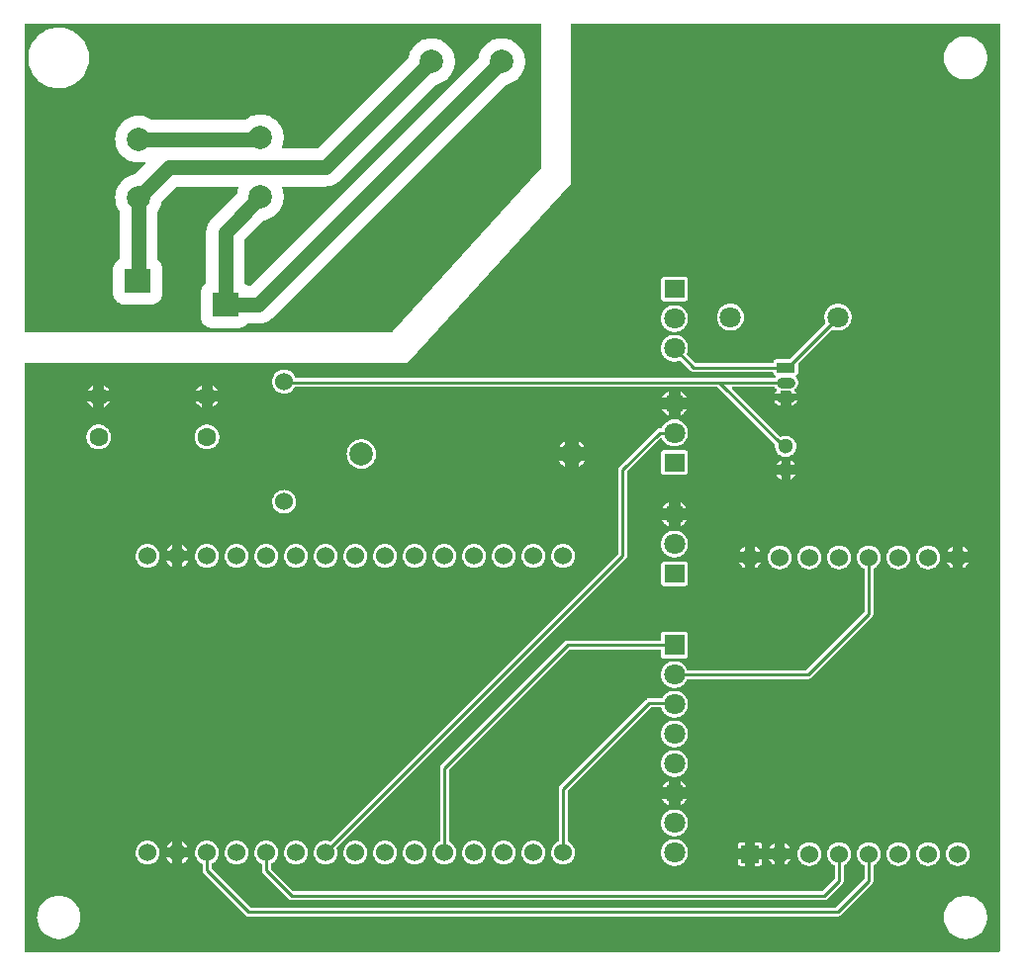
<source format=gbl>
G04 Layer: BottomLayer*
G04 EasyEDA v6.4.17, 2021-03-27T11:51:15+01:00*
G04 529596ce29184b6dae0a6c6abc880a80,a5e8219e36ff45ba9783bf595b991e38,10*
G04 Gerber Generator version 0.2*
G04 Scale: 100 percent, Rotated: No, Reflected: No *
G04 Dimensions in millimeters *
G04 leading zeros omitted , absolute positions ,4 integer and 5 decimal *
%FSLAX45Y45*%
%MOMM*%

%ADD10C,0.2540*%
%ADD12R,1.5240X1.5240*%
%ADD13C,1.5240*%
%ADD14R,2.2098X2.0066*%
%ADD15C,1.8000*%
%ADD16R,1.8000X1.5748*%
%ADD17C,1.6000*%
%ADD18C,2.0000*%
%ADD19R,1.8000X1.8000*%
%ADD20C,1.3000*%
%ADD21R,1.6000X0.9000*%
%ADD22C,0.9000*%
%ADD23C,1.2700*%

%LPD*%
G36*
X35814Y-2667000D02*
G01*
X31902Y-2666238D01*
X28651Y-2664002D01*
X26416Y-2660751D01*
X25654Y-2656840D01*
X25654Y-35814D01*
X26416Y-31902D01*
X28651Y-28651D01*
X31902Y-26416D01*
X35814Y-25654D01*
X4434840Y-25654D01*
X4438751Y-26416D01*
X4442002Y-28651D01*
X4444238Y-31902D01*
X4445000Y-35814D01*
X4445000Y-1266088D01*
X4444339Y-1269746D01*
X4442358Y-1272895D01*
X3178048Y-2663698D01*
X3174593Y-2666136D01*
X3170529Y-2667000D01*
G37*

%LPC*%
G36*
X1634845Y-2633929D02*
G01*
X1855114Y-2633929D01*
X1868576Y-2633014D01*
X1881428Y-2630474D01*
X1893824Y-2626258D01*
X1905609Y-2620467D01*
X1916480Y-2613152D01*
X1926336Y-2604516D01*
X1929841Y-2600553D01*
X1933295Y-2597962D01*
X1937461Y-2597099D01*
X2028545Y-2597099D01*
X2037232Y-2596845D01*
X2045817Y-2596184D01*
X2054301Y-2595067D01*
X2062734Y-2593492D01*
X2071065Y-2591511D01*
X2079294Y-2589072D01*
X2087372Y-2586177D01*
X2095296Y-2582926D01*
X2103018Y-2579217D01*
X2110536Y-2575153D01*
X2117852Y-2570632D01*
X2124913Y-2565806D01*
X2131720Y-2560574D01*
X2138273Y-2554986D01*
X2144572Y-2549042D01*
X4142130Y-551434D01*
X4144772Y-549554D01*
X4168140Y-543610D01*
X4186631Y-537006D01*
X4204411Y-528624D01*
X4221226Y-518515D01*
X4237024Y-506780D01*
X4251604Y-493572D01*
X4264812Y-479043D01*
X4276496Y-463245D01*
X4286605Y-446379D01*
X4294987Y-428650D01*
X4301642Y-410108D01*
X4306417Y-391058D01*
X4309262Y-371652D01*
X4310227Y-351993D01*
X4309262Y-332384D01*
X4306417Y-312928D01*
X4301642Y-293878D01*
X4294987Y-275386D01*
X4286605Y-257606D01*
X4276496Y-240741D01*
X4264812Y-224993D01*
X4251604Y-210413D01*
X4237024Y-197205D01*
X4221226Y-185521D01*
X4204411Y-175412D01*
X4186631Y-167030D01*
X4168140Y-160375D01*
X4149090Y-155600D01*
X4129633Y-152704D01*
X4109974Y-151739D01*
X4090365Y-152704D01*
X4070959Y-155600D01*
X4051858Y-160375D01*
X4033367Y-167030D01*
X4015587Y-175412D01*
X3998772Y-185521D01*
X3982974Y-197205D01*
X3968394Y-210413D01*
X3955186Y-224993D01*
X3943502Y-240741D01*
X3933393Y-257606D01*
X3925011Y-275386D01*
X3918356Y-293878D01*
X3912463Y-317246D01*
X3910533Y-319887D01*
X1963826Y-2266594D01*
X1960524Y-2268778D01*
X1956663Y-2269591D01*
X1937461Y-2269591D01*
X1933295Y-2268677D01*
X1929841Y-2266086D01*
X1926336Y-2262124D01*
X1916480Y-2253488D01*
X1913229Y-2251303D01*
X1910842Y-2249068D01*
X1909267Y-2246122D01*
X1908759Y-2242870D01*
X1908759Y-1883054D01*
X1909521Y-1879193D01*
X1911705Y-1875891D01*
X2076856Y-1710740D01*
X2079447Y-1708861D01*
X2102815Y-1702917D01*
X2121306Y-1696313D01*
X2139086Y-1687880D01*
X2155952Y-1677771D01*
X2171750Y-1666087D01*
X2186279Y-1652879D01*
X2199487Y-1638350D01*
X2211171Y-1622552D01*
X2221280Y-1605686D01*
X2229713Y-1587906D01*
X2236317Y-1569415D01*
X2241092Y-1550365D01*
X2243988Y-1530908D01*
X2244953Y-1511300D01*
X2243988Y-1491691D01*
X2241092Y-1472234D01*
X2236317Y-1453184D01*
X2229662Y-1434642D01*
X2229104Y-1430832D01*
X2229967Y-1427073D01*
X2232202Y-1423873D01*
X2235454Y-1421790D01*
X2239264Y-1421079D01*
X2604617Y-1421079D01*
X2613355Y-1420825D01*
X2621889Y-1420164D01*
X2630373Y-1419047D01*
X2638806Y-1417472D01*
X2647137Y-1415491D01*
X2655366Y-1413052D01*
X2663444Y-1410157D01*
X2671368Y-1406906D01*
X2679090Y-1403197D01*
X2686659Y-1399133D01*
X2693974Y-1394612D01*
X2701036Y-1389786D01*
X2707843Y-1384554D01*
X2714345Y-1378966D01*
X2720644Y-1373022D01*
X3542233Y-551434D01*
X3544824Y-549554D01*
X3568141Y-543610D01*
X3586632Y-537006D01*
X3604412Y-528624D01*
X3621227Y-518515D01*
X3637026Y-506780D01*
X3651605Y-493572D01*
X3664813Y-479043D01*
X3676497Y-463245D01*
X3686606Y-446379D01*
X3694988Y-428650D01*
X3701643Y-410108D01*
X3706418Y-391058D01*
X3709263Y-371652D01*
X3710228Y-351993D01*
X3709263Y-332384D01*
X3706418Y-312928D01*
X3701643Y-293878D01*
X3694988Y-275386D01*
X3686606Y-257606D01*
X3676497Y-240741D01*
X3664813Y-224993D01*
X3651605Y-210413D01*
X3637026Y-197205D01*
X3621227Y-185521D01*
X3604412Y-175412D01*
X3586632Y-167030D01*
X3568141Y-160375D01*
X3549091Y-155600D01*
X3529634Y-152704D01*
X3510026Y-151739D01*
X3490366Y-152704D01*
X3470960Y-155600D01*
X3451860Y-160375D01*
X3433368Y-167030D01*
X3415588Y-175412D01*
X3398774Y-185521D01*
X3382975Y-197205D01*
X3368395Y-210413D01*
X3355187Y-224993D01*
X3343503Y-240741D01*
X3333394Y-257606D01*
X3325012Y-275386D01*
X3318357Y-293878D01*
X3312414Y-317347D01*
X3310534Y-319938D01*
X2539898Y-1090574D01*
X2536596Y-1092758D01*
X2532735Y-1093571D01*
X2239264Y-1093571D01*
X2235454Y-1092809D01*
X2232202Y-1090726D01*
X2229967Y-1087526D01*
X2229104Y-1083767D01*
X2229662Y-1079957D01*
X2236317Y-1061415D01*
X2241092Y-1042365D01*
X2243988Y-1022908D01*
X2244953Y-1003300D01*
X2243988Y-983691D01*
X2241092Y-964234D01*
X2236317Y-945184D01*
X2229713Y-926693D01*
X2221280Y-908913D01*
X2211171Y-892048D01*
X2199487Y-876249D01*
X2186279Y-861720D01*
X2171750Y-848512D01*
X2155952Y-836828D01*
X2139086Y-826719D01*
X2121306Y-818286D01*
X2102815Y-811682D01*
X2083765Y-806907D01*
X2064308Y-804011D01*
X2044700Y-803046D01*
X2025091Y-804011D01*
X2005634Y-806907D01*
X1986584Y-811682D01*
X1968093Y-818286D01*
X1950313Y-826719D01*
X1933448Y-836828D01*
X1913280Y-851560D01*
X1909622Y-852271D01*
X1121613Y-852271D01*
X1118412Y-851712D01*
X1097686Y-839419D01*
X1079906Y-830986D01*
X1061415Y-824382D01*
X1042365Y-819607D01*
X1022908Y-816711D01*
X1003300Y-815746D01*
X983691Y-816711D01*
X964234Y-819607D01*
X945184Y-824382D01*
X926693Y-830986D01*
X908913Y-839419D01*
X892048Y-849528D01*
X876249Y-861212D01*
X861720Y-874420D01*
X848512Y-888949D01*
X836828Y-904748D01*
X826719Y-921613D01*
X818286Y-939393D01*
X811682Y-957884D01*
X806907Y-976934D01*
X804011Y-996391D01*
X803046Y-1016000D01*
X804011Y-1035608D01*
X806907Y-1055065D01*
X811682Y-1074115D01*
X818286Y-1092606D01*
X826719Y-1110386D01*
X836828Y-1127252D01*
X848512Y-1143050D01*
X861720Y-1157579D01*
X876249Y-1170787D01*
X892048Y-1182471D01*
X908913Y-1192580D01*
X926693Y-1201013D01*
X945184Y-1207617D01*
X964234Y-1212392D01*
X983691Y-1215288D01*
X1003300Y-1216253D01*
X1022908Y-1215288D01*
X1042365Y-1212392D01*
X1050899Y-1210259D01*
X1055268Y-1210157D01*
X1059281Y-1211834D01*
X1062177Y-1215085D01*
X1063498Y-1219301D01*
X1062888Y-1223619D01*
X1060551Y-1227277D01*
X971143Y-1316685D01*
X968552Y-1318564D01*
X945184Y-1324508D01*
X926693Y-1331112D01*
X908913Y-1339545D01*
X892048Y-1349654D01*
X876249Y-1361338D01*
X861720Y-1374546D01*
X848512Y-1389075D01*
X836828Y-1404874D01*
X826719Y-1421739D01*
X818286Y-1439519D01*
X811682Y-1458010D01*
X806907Y-1477060D01*
X804011Y-1496517D01*
X803046Y-1516126D01*
X804011Y-1535734D01*
X806907Y-1555191D01*
X811682Y-1574241D01*
X818286Y-1592732D01*
X826719Y-1610512D01*
X839012Y-1631238D01*
X839571Y-1634439D01*
X839571Y-2037130D01*
X839012Y-2040382D01*
X837437Y-2043277D01*
X835050Y-2045563D01*
X824179Y-2052828D01*
X814324Y-2061464D01*
X805688Y-2071319D01*
X798372Y-2082190D01*
X792581Y-2093975D01*
X788365Y-2106371D01*
X785825Y-2119223D01*
X784961Y-2132685D01*
X784961Y-2332634D01*
X785825Y-2346096D01*
X788365Y-2358948D01*
X792581Y-2371344D01*
X798372Y-2383129D01*
X805688Y-2394000D01*
X814324Y-2403856D01*
X824179Y-2412492D01*
X835050Y-2419807D01*
X846836Y-2425598D01*
X859231Y-2429814D01*
X872083Y-2432354D01*
X885545Y-2433269D01*
X1105814Y-2433269D01*
X1119276Y-2432354D01*
X1132128Y-2429814D01*
X1144524Y-2425598D01*
X1156309Y-2419807D01*
X1167180Y-2412492D01*
X1177036Y-2403856D01*
X1185672Y-2394000D01*
X1192987Y-2383129D01*
X1198778Y-2371344D01*
X1202994Y-2358948D01*
X1205534Y-2346096D01*
X1206449Y-2332634D01*
X1206449Y-2132685D01*
X1205534Y-2119223D01*
X1202994Y-2106371D01*
X1198778Y-2093975D01*
X1192987Y-2082190D01*
X1185672Y-2071319D01*
X1177036Y-2061464D01*
X1170533Y-2055723D01*
X1167942Y-2052269D01*
X1167079Y-2048103D01*
X1167079Y-1634439D01*
X1167587Y-1631238D01*
X1179880Y-1610512D01*
X1188313Y-1592732D01*
X1194917Y-1574241D01*
X1200861Y-1550873D01*
X1202740Y-1548282D01*
X1326997Y-1424025D01*
X1330299Y-1421841D01*
X1334160Y-1421079D01*
X1850136Y-1421079D01*
X1853946Y-1421790D01*
X1857197Y-1423873D01*
X1859432Y-1427073D01*
X1860296Y-1430832D01*
X1859737Y-1434642D01*
X1853082Y-1453184D01*
X1847138Y-1476552D01*
X1845259Y-1479143D01*
X1629257Y-1695145D01*
X1623314Y-1701444D01*
X1617726Y-1707946D01*
X1612493Y-1714754D01*
X1607667Y-1721815D01*
X1603146Y-1729130D01*
X1599082Y-1736699D01*
X1595374Y-1744421D01*
X1592122Y-1752346D01*
X1589227Y-1760423D01*
X1586788Y-1768652D01*
X1584807Y-1776984D01*
X1583232Y-1785416D01*
X1582115Y-1793900D01*
X1581454Y-1802434D01*
X1581251Y-1811172D01*
X1581251Y-2242870D01*
X1580692Y-2246122D01*
X1579118Y-2249068D01*
X1576730Y-2251303D01*
X1573479Y-2253488D01*
X1563624Y-2262124D01*
X1554988Y-2271979D01*
X1547672Y-2282850D01*
X1541881Y-2294636D01*
X1537665Y-2307031D01*
X1535125Y-2319883D01*
X1534261Y-2333345D01*
X1534261Y-2533294D01*
X1535125Y-2546756D01*
X1537665Y-2559608D01*
X1541881Y-2572004D01*
X1547672Y-2583789D01*
X1554988Y-2594660D01*
X1563624Y-2604516D01*
X1573479Y-2613152D01*
X1584350Y-2620467D01*
X1596136Y-2626258D01*
X1608531Y-2630474D01*
X1621383Y-2633014D01*
G37*
G36*
X325577Y-580186D02*
G01*
X347929Y-578713D01*
X370078Y-575360D01*
X391871Y-570128D01*
X413105Y-563016D01*
X433628Y-554126D01*
X453339Y-543509D01*
X472084Y-531215D01*
X489661Y-517347D01*
X505968Y-502005D01*
X520954Y-485343D01*
X534416Y-467461D01*
X546303Y-448513D01*
X556514Y-428548D01*
X564946Y-407822D01*
X571601Y-386435D01*
X576376Y-364591D01*
X579272Y-342392D01*
X580237Y-319989D01*
X579272Y-297637D01*
X576376Y-275437D01*
X571601Y-253542D01*
X564946Y-232156D01*
X556514Y-211429D01*
X546303Y-191516D01*
X534416Y-172516D01*
X520954Y-154635D01*
X505968Y-137972D01*
X489661Y-122631D01*
X472084Y-108813D01*
X453339Y-96520D01*
X433628Y-85852D01*
X413105Y-76962D01*
X391871Y-69850D01*
X370078Y-64617D01*
X347929Y-61264D01*
X325577Y-59791D01*
X303225Y-60299D01*
X280924Y-62687D01*
X258978Y-67005D01*
X237439Y-73202D01*
X216560Y-81178D01*
X196392Y-90982D01*
X177190Y-102463D01*
X159004Y-115519D01*
X142036Y-130149D01*
X126339Y-146151D01*
X112115Y-163423D01*
X99415Y-181864D01*
X88392Y-201371D01*
X79044Y-221691D01*
X71475Y-242773D01*
X65735Y-264414D01*
X61925Y-286512D01*
X59994Y-308813D01*
X59994Y-331216D01*
X61925Y-353517D01*
X65735Y-375564D01*
X71475Y-397205D01*
X79044Y-418287D01*
X88392Y-438658D01*
X99415Y-458114D01*
X112115Y-476554D01*
X126339Y-493877D01*
X142036Y-509879D01*
X159004Y-524459D01*
X177190Y-537565D01*
X196392Y-548995D01*
X216560Y-558800D01*
X237439Y-566826D01*
X258978Y-572973D01*
X280924Y-577291D01*
X303225Y-579678D01*
G37*

%LPD*%
G36*
X35814Y-7974330D02*
G01*
X31902Y-7973568D01*
X28651Y-7971383D01*
X26416Y-7968081D01*
X25654Y-7964170D01*
X25654Y-2943860D01*
X26416Y-2939948D01*
X28651Y-2936697D01*
X31902Y-2934462D01*
X35814Y-2933700D01*
X3300882Y-2933700D01*
X3302660Y-2932938D01*
X4698339Y-1397762D01*
X4699000Y-1396136D01*
X4699000Y-35814D01*
X4699762Y-31902D01*
X4701997Y-28651D01*
X4705248Y-26416D01*
X4709160Y-25654D01*
X8364169Y-25654D01*
X8368080Y-26416D01*
X8371382Y-28651D01*
X8373567Y-31902D01*
X8374329Y-35814D01*
X8374329Y-7964170D01*
X8373567Y-7968081D01*
X8371382Y-7971383D01*
X8368080Y-7973568D01*
X8364169Y-7974330D01*
G37*

%LPC*%
G36*
X8070596Y-7865414D02*
G01*
X8089392Y-7865414D01*
X8108086Y-7863484D01*
X8126526Y-7859725D01*
X8144459Y-7854086D01*
X8161731Y-7846669D01*
X8178190Y-7837525D01*
X8193633Y-7826806D01*
X8207908Y-7814564D01*
X8220862Y-7800898D01*
X8232343Y-7786065D01*
X8242300Y-7770114D01*
X8250580Y-7753197D01*
X8257133Y-7735570D01*
X8261858Y-7717383D01*
X8264702Y-7698790D01*
X8265617Y-7679994D01*
X8264702Y-7661198D01*
X8261858Y-7642606D01*
X8257133Y-7624419D01*
X8250580Y-7606792D01*
X8242300Y-7589926D01*
X8232343Y-7573924D01*
X8220862Y-7559090D01*
X8207908Y-7545425D01*
X8193633Y-7533182D01*
X8178190Y-7522464D01*
X8161731Y-7513320D01*
X8144459Y-7505903D01*
X8126526Y-7500264D01*
X8108086Y-7496505D01*
X8089392Y-7494574D01*
X8070596Y-7494574D01*
X8051901Y-7496505D01*
X8033461Y-7500264D01*
X8015528Y-7505903D01*
X7998256Y-7513320D01*
X7981797Y-7522464D01*
X7966354Y-7533182D01*
X7952079Y-7545425D01*
X7939125Y-7559090D01*
X7927644Y-7573924D01*
X7917688Y-7589926D01*
X7909407Y-7606792D01*
X7902854Y-7624419D01*
X7898180Y-7642606D01*
X7895336Y-7661198D01*
X7894370Y-7679994D01*
X7895336Y-7698790D01*
X7898180Y-7717383D01*
X7902854Y-7735570D01*
X7909407Y-7753197D01*
X7917688Y-7770114D01*
X7927644Y-7786065D01*
X7939125Y-7800898D01*
X7952079Y-7814564D01*
X7966354Y-7826806D01*
X7981797Y-7837525D01*
X7998256Y-7846669D01*
X8015528Y-7854086D01*
X8033461Y-7859725D01*
X8051901Y-7863484D01*
G37*
G36*
X310591Y-7865414D02*
G01*
X329387Y-7865414D01*
X348132Y-7863484D01*
X366522Y-7859725D01*
X384454Y-7854086D01*
X401777Y-7846669D01*
X418185Y-7837525D01*
X433628Y-7826806D01*
X447903Y-7814564D01*
X460857Y-7800898D01*
X472389Y-7786065D01*
X482295Y-7770114D01*
X490575Y-7753197D01*
X497128Y-7735570D01*
X501853Y-7717383D01*
X504698Y-7698790D01*
X505663Y-7679994D01*
X504698Y-7661198D01*
X501853Y-7642606D01*
X497128Y-7624419D01*
X490575Y-7606792D01*
X482295Y-7589926D01*
X472389Y-7573924D01*
X460857Y-7559090D01*
X447903Y-7545425D01*
X433628Y-7533182D01*
X418185Y-7522464D01*
X401777Y-7513320D01*
X384454Y-7505903D01*
X366522Y-7500264D01*
X348132Y-7496505D01*
X329387Y-7494574D01*
X310591Y-7494574D01*
X291896Y-7496505D01*
X273456Y-7500264D01*
X255524Y-7505903D01*
X238252Y-7513320D01*
X221792Y-7522464D01*
X206349Y-7533182D01*
X192074Y-7545425D01*
X179120Y-7559090D01*
X167640Y-7573924D01*
X157683Y-7589926D01*
X149402Y-7606792D01*
X142849Y-7624419D01*
X138176Y-7642606D01*
X135331Y-7661198D01*
X134366Y-7679994D01*
X135331Y-7698790D01*
X138176Y-7717383D01*
X142849Y-7735570D01*
X149402Y-7753197D01*
X157683Y-7770114D01*
X167640Y-7786065D01*
X179120Y-7800898D01*
X192074Y-7814564D01*
X206349Y-7826806D01*
X221792Y-7837525D01*
X238252Y-7846669D01*
X255524Y-7854086D01*
X273456Y-7859725D01*
X291896Y-7863484D01*
G37*
G36*
X1943607Y-7671053D02*
G01*
X6984492Y-7671053D01*
X6992467Y-7670292D01*
X6999681Y-7668107D01*
X7006285Y-7664551D01*
X7012482Y-7659471D01*
X7278471Y-7393482D01*
X7283551Y-7387285D01*
X7287107Y-7380681D01*
X7289292Y-7373467D01*
X7290053Y-7365492D01*
X7290053Y-7238238D01*
X7290816Y-7234377D01*
X7293000Y-7231075D01*
X7309307Y-7221372D01*
X7320025Y-7212939D01*
X7329474Y-7203135D01*
X7337552Y-7192213D01*
X7344054Y-7180275D01*
X7348981Y-7167575D01*
X7352131Y-7154316D01*
X7353452Y-7140803D01*
X7352995Y-7127189D01*
X7350759Y-7113778D01*
X7346746Y-7100824D01*
X7341006Y-7088479D01*
X7333691Y-7076998D01*
X7324902Y-7066584D01*
X7314793Y-7057491D01*
X7303617Y-7049770D01*
X7291476Y-7043674D01*
X7278624Y-7039203D01*
X7265263Y-7036460D01*
X7251700Y-7035546D01*
X7238136Y-7036460D01*
X7224775Y-7039203D01*
X7211923Y-7043674D01*
X7199782Y-7049770D01*
X7188606Y-7057491D01*
X7178497Y-7066584D01*
X7169708Y-7076998D01*
X7162393Y-7088479D01*
X7156653Y-7100824D01*
X7152640Y-7113778D01*
X7150404Y-7127189D01*
X7149947Y-7140803D01*
X7151268Y-7154316D01*
X7154418Y-7167575D01*
X7159345Y-7180275D01*
X7165848Y-7192213D01*
X7173925Y-7203135D01*
X7183374Y-7212939D01*
X7194092Y-7221372D01*
X7210399Y-7231075D01*
X7212584Y-7234377D01*
X7213346Y-7238238D01*
X7213346Y-7345883D01*
X7212584Y-7349794D01*
X7210348Y-7353096D01*
X6972096Y-7591348D01*
X6968794Y-7593584D01*
X6964883Y-7594346D01*
X1963216Y-7594346D01*
X1959305Y-7593584D01*
X1956003Y-7591348D01*
X1628851Y-7264196D01*
X1626616Y-7260894D01*
X1625854Y-7256983D01*
X1625854Y-7225385D01*
X1626514Y-7221778D01*
X1628495Y-7218578D01*
X1631442Y-7216343D01*
X1639417Y-7212330D01*
X1650593Y-7204608D01*
X1660702Y-7195515D01*
X1669491Y-7185101D01*
X1676806Y-7173620D01*
X1682546Y-7161275D01*
X1686560Y-7148322D01*
X1688795Y-7134910D01*
X1689252Y-7121296D01*
X1687931Y-7107783D01*
X1684782Y-7094524D01*
X1679854Y-7081824D01*
X1673352Y-7069886D01*
X1665274Y-7058964D01*
X1655825Y-7049160D01*
X1645107Y-7040727D01*
X1633423Y-7033818D01*
X1620926Y-7028484D01*
X1607769Y-7024928D01*
X1594307Y-7023100D01*
X1580692Y-7023100D01*
X1567230Y-7024928D01*
X1554073Y-7028484D01*
X1541576Y-7033818D01*
X1529892Y-7040727D01*
X1519174Y-7049160D01*
X1509725Y-7058964D01*
X1501648Y-7069886D01*
X1495145Y-7081824D01*
X1490218Y-7094524D01*
X1487068Y-7107783D01*
X1485747Y-7121296D01*
X1486204Y-7134910D01*
X1488440Y-7148322D01*
X1492453Y-7161275D01*
X1498193Y-7173620D01*
X1505508Y-7185101D01*
X1514297Y-7195515D01*
X1524406Y-7204608D01*
X1535582Y-7212330D01*
X1543558Y-7216343D01*
X1546504Y-7218578D01*
X1548485Y-7221778D01*
X1549146Y-7225385D01*
X1549146Y-7276592D01*
X1549908Y-7284567D01*
X1552092Y-7291781D01*
X1555648Y-7298385D01*
X1560728Y-7304582D01*
X1915617Y-7659471D01*
X1921814Y-7664551D01*
X1928418Y-7668107D01*
X1935632Y-7670292D01*
G37*
G36*
X2311908Y-7531353D02*
G01*
X6870192Y-7531353D01*
X6878167Y-7530592D01*
X6885381Y-7528407D01*
X6891985Y-7524851D01*
X6898182Y-7519771D01*
X7024471Y-7393482D01*
X7029551Y-7387285D01*
X7033107Y-7380681D01*
X7035292Y-7373467D01*
X7036053Y-7365492D01*
X7036053Y-7238238D01*
X7036816Y-7234377D01*
X7039000Y-7231075D01*
X7055307Y-7221372D01*
X7066025Y-7212939D01*
X7075474Y-7203135D01*
X7083552Y-7192213D01*
X7090054Y-7180275D01*
X7094981Y-7167575D01*
X7098131Y-7154316D01*
X7099452Y-7140803D01*
X7098995Y-7127189D01*
X7096759Y-7113778D01*
X7092746Y-7100824D01*
X7087006Y-7088479D01*
X7079691Y-7076998D01*
X7070902Y-7066584D01*
X7060793Y-7057491D01*
X7049617Y-7049770D01*
X7037476Y-7043674D01*
X7024624Y-7039203D01*
X7011263Y-7036460D01*
X6997700Y-7035546D01*
X6984136Y-7036460D01*
X6970775Y-7039203D01*
X6957923Y-7043674D01*
X6945782Y-7049770D01*
X6934606Y-7057491D01*
X6924497Y-7066584D01*
X6915708Y-7076998D01*
X6908393Y-7088479D01*
X6902653Y-7100824D01*
X6898640Y-7113778D01*
X6896404Y-7127189D01*
X6895947Y-7140803D01*
X6897268Y-7154316D01*
X6900418Y-7167575D01*
X6905345Y-7180275D01*
X6911848Y-7192213D01*
X6919925Y-7203135D01*
X6929374Y-7212939D01*
X6940092Y-7221372D01*
X6956399Y-7231075D01*
X6958584Y-7234377D01*
X6959346Y-7238238D01*
X6959346Y-7345883D01*
X6958584Y-7349794D01*
X6956348Y-7353096D01*
X6857796Y-7451648D01*
X6854494Y-7453884D01*
X6850583Y-7454646D01*
X2331516Y-7454646D01*
X2327605Y-7453884D01*
X2324303Y-7451648D01*
X2136851Y-7264196D01*
X2134616Y-7260894D01*
X2133854Y-7256983D01*
X2133854Y-7225385D01*
X2134514Y-7221778D01*
X2136495Y-7218578D01*
X2139442Y-7216343D01*
X2147417Y-7212330D01*
X2158593Y-7204608D01*
X2168702Y-7195515D01*
X2177491Y-7185101D01*
X2184806Y-7173620D01*
X2190546Y-7161275D01*
X2194560Y-7148322D01*
X2196795Y-7134910D01*
X2197252Y-7121296D01*
X2195931Y-7107783D01*
X2192782Y-7094524D01*
X2187854Y-7081824D01*
X2181352Y-7069886D01*
X2173274Y-7058964D01*
X2163826Y-7049160D01*
X2153107Y-7040727D01*
X2141423Y-7033818D01*
X2128926Y-7028484D01*
X2115769Y-7024928D01*
X2102307Y-7023100D01*
X2088692Y-7023100D01*
X2075230Y-7024928D01*
X2062073Y-7028484D01*
X2049576Y-7033818D01*
X2037892Y-7040727D01*
X2027174Y-7049160D01*
X2017725Y-7058964D01*
X2009648Y-7069886D01*
X2003145Y-7081824D01*
X1998218Y-7094524D01*
X1995068Y-7107783D01*
X1993747Y-7121296D01*
X1994204Y-7134910D01*
X1996439Y-7148322D01*
X2000453Y-7161275D01*
X2006193Y-7173620D01*
X2013508Y-7185101D01*
X2022297Y-7195515D01*
X2032406Y-7204608D01*
X2043582Y-7212330D01*
X2051557Y-7216343D01*
X2054504Y-7218578D01*
X2056485Y-7221778D01*
X2057146Y-7225385D01*
X2057146Y-7276592D01*
X2057907Y-7284567D01*
X2060092Y-7291781D01*
X2063648Y-7298385D01*
X2068728Y-7304582D01*
X2283917Y-7519771D01*
X2290114Y-7524851D01*
X2296718Y-7528407D01*
X2303932Y-7530592D01*
G37*
G36*
X5588000Y-7240320D02*
G01*
X5602478Y-7239406D01*
X5616752Y-7236714D01*
X5630570Y-7232192D01*
X5643727Y-7226046D01*
X5655970Y-7218273D01*
X5667146Y-7208977D01*
X5677103Y-7198410D01*
X5685637Y-7186675D01*
X5692648Y-7173925D01*
X5697982Y-7160412D01*
X5701588Y-7146391D01*
X5703417Y-7131964D01*
X5703417Y-7117435D01*
X5701588Y-7103008D01*
X5697982Y-7088987D01*
X5692648Y-7075474D01*
X5685637Y-7062724D01*
X5677103Y-7050989D01*
X5667146Y-7040422D01*
X5655970Y-7031126D01*
X5643727Y-7023353D01*
X5630570Y-7017207D01*
X5616752Y-7012686D01*
X5602478Y-7009993D01*
X5588000Y-7009079D01*
X5573522Y-7009993D01*
X5559247Y-7012686D01*
X5545429Y-7017207D01*
X5532272Y-7023353D01*
X5520029Y-7031126D01*
X5508853Y-7040422D01*
X5498896Y-7050989D01*
X5490362Y-7062724D01*
X5483352Y-7075474D01*
X5478018Y-7088987D01*
X5474411Y-7103008D01*
X5472582Y-7117435D01*
X5472582Y-7131964D01*
X5474411Y-7146391D01*
X5478018Y-7160412D01*
X5483352Y-7173925D01*
X5490362Y-7186675D01*
X5498896Y-7198410D01*
X5508853Y-7208977D01*
X5520029Y-7218273D01*
X5532272Y-7226046D01*
X5545429Y-7232192D01*
X5559247Y-7236714D01*
X5573522Y-7239406D01*
G37*
G36*
X6280150Y-7239253D02*
G01*
X6311341Y-7239253D01*
X6317589Y-7238542D01*
X6323025Y-7236663D01*
X6327851Y-7233615D01*
X6331915Y-7229551D01*
X6334963Y-7224725D01*
X6336842Y-7219289D01*
X6337554Y-7213041D01*
X6337554Y-7181850D01*
X6280150Y-7181850D01*
G37*
G36*
X6160058Y-7239253D02*
G01*
X6191250Y-7239253D01*
X6191250Y-7181850D01*
X6133846Y-7181850D01*
X6133846Y-7213041D01*
X6134557Y-7219289D01*
X6136436Y-7224725D01*
X6139484Y-7229551D01*
X6143548Y-7233615D01*
X6148374Y-7236663D01*
X6153810Y-7238542D01*
G37*
G36*
X6736892Y-7239000D02*
G01*
X6750507Y-7239000D01*
X6763969Y-7237171D01*
X6777126Y-7233615D01*
X6789623Y-7228281D01*
X6801307Y-7221372D01*
X6812025Y-7212939D01*
X6821474Y-7203135D01*
X6829552Y-7192213D01*
X6836054Y-7180275D01*
X6840981Y-7167575D01*
X6844131Y-7154316D01*
X6845452Y-7140803D01*
X6844995Y-7127189D01*
X6842759Y-7113778D01*
X6838746Y-7100824D01*
X6833006Y-7088479D01*
X6825691Y-7076998D01*
X6816902Y-7066584D01*
X6806793Y-7057491D01*
X6795617Y-7049770D01*
X6783476Y-7043674D01*
X6770624Y-7039203D01*
X6757263Y-7036460D01*
X6743700Y-7035546D01*
X6730136Y-7036460D01*
X6716775Y-7039203D01*
X6703923Y-7043674D01*
X6691782Y-7049770D01*
X6680606Y-7057491D01*
X6670497Y-7066584D01*
X6661708Y-7076998D01*
X6654393Y-7088479D01*
X6648653Y-7100824D01*
X6644640Y-7113778D01*
X6642404Y-7127189D01*
X6641947Y-7140803D01*
X6643268Y-7154316D01*
X6646418Y-7167575D01*
X6651345Y-7180275D01*
X6657848Y-7192213D01*
X6665925Y-7203135D01*
X6675374Y-7212939D01*
X6686092Y-7221372D01*
X6697776Y-7228281D01*
X6710273Y-7233615D01*
X6723430Y-7237171D01*
G37*
G36*
X7752892Y-7239000D02*
G01*
X7766507Y-7239000D01*
X7779969Y-7237171D01*
X7793126Y-7233615D01*
X7805623Y-7228281D01*
X7817307Y-7221372D01*
X7828025Y-7212939D01*
X7837474Y-7203135D01*
X7845552Y-7192213D01*
X7852054Y-7180275D01*
X7856981Y-7167575D01*
X7860131Y-7154316D01*
X7861452Y-7140803D01*
X7860995Y-7127189D01*
X7858759Y-7113778D01*
X7854746Y-7100824D01*
X7849006Y-7088479D01*
X7841691Y-7076998D01*
X7832902Y-7066584D01*
X7822793Y-7057491D01*
X7811617Y-7049770D01*
X7799476Y-7043674D01*
X7786624Y-7039203D01*
X7773263Y-7036460D01*
X7759700Y-7035546D01*
X7746136Y-7036460D01*
X7732775Y-7039203D01*
X7719923Y-7043674D01*
X7707782Y-7049770D01*
X7696606Y-7057491D01*
X7686497Y-7066584D01*
X7677708Y-7076998D01*
X7670393Y-7088479D01*
X7664653Y-7100824D01*
X7660640Y-7113778D01*
X7658404Y-7127189D01*
X7657947Y-7140803D01*
X7659268Y-7154316D01*
X7662418Y-7167575D01*
X7667345Y-7180275D01*
X7673848Y-7192213D01*
X7681925Y-7203135D01*
X7691374Y-7212939D01*
X7702092Y-7221372D01*
X7713776Y-7228281D01*
X7726273Y-7233615D01*
X7739430Y-7237171D01*
G37*
G36*
X7498892Y-7239000D02*
G01*
X7512507Y-7239000D01*
X7525969Y-7237171D01*
X7539126Y-7233615D01*
X7551623Y-7228281D01*
X7563307Y-7221372D01*
X7574025Y-7212939D01*
X7583474Y-7203135D01*
X7591552Y-7192213D01*
X7598054Y-7180275D01*
X7602981Y-7167575D01*
X7606131Y-7154316D01*
X7607452Y-7140803D01*
X7606995Y-7127189D01*
X7604759Y-7113778D01*
X7600746Y-7100824D01*
X7595006Y-7088479D01*
X7587691Y-7076998D01*
X7578902Y-7066584D01*
X7568793Y-7057491D01*
X7557617Y-7049770D01*
X7545476Y-7043674D01*
X7532624Y-7039203D01*
X7519263Y-7036460D01*
X7505700Y-7035546D01*
X7492136Y-7036460D01*
X7478775Y-7039203D01*
X7465923Y-7043674D01*
X7453782Y-7049770D01*
X7442606Y-7057491D01*
X7432497Y-7066584D01*
X7423708Y-7076998D01*
X7416393Y-7088479D01*
X7410653Y-7100824D01*
X7406640Y-7113778D01*
X7404404Y-7127189D01*
X7403947Y-7140803D01*
X7405268Y-7154316D01*
X7408418Y-7167575D01*
X7413345Y-7180275D01*
X7419848Y-7192213D01*
X7427925Y-7203135D01*
X7437374Y-7212939D01*
X7448092Y-7221372D01*
X7459776Y-7228281D01*
X7472273Y-7233615D01*
X7485430Y-7237171D01*
G37*
G36*
X8006892Y-7239000D02*
G01*
X8020507Y-7239000D01*
X8033969Y-7237171D01*
X8047126Y-7233615D01*
X8059623Y-7228281D01*
X8071307Y-7221372D01*
X8082025Y-7212939D01*
X8091474Y-7203135D01*
X8099552Y-7192213D01*
X8106054Y-7180275D01*
X8110981Y-7167575D01*
X8114131Y-7154316D01*
X8115452Y-7140803D01*
X8114995Y-7127189D01*
X8112759Y-7113778D01*
X8108746Y-7100824D01*
X8103006Y-7088479D01*
X8095691Y-7076998D01*
X8086902Y-7066584D01*
X8076793Y-7057491D01*
X8065617Y-7049770D01*
X8053476Y-7043674D01*
X8040624Y-7039203D01*
X8027263Y-7036460D01*
X8013700Y-7035546D01*
X8000136Y-7036460D01*
X7986775Y-7039203D01*
X7973923Y-7043674D01*
X7961782Y-7049770D01*
X7950606Y-7057491D01*
X7940497Y-7066584D01*
X7931708Y-7076998D01*
X7924393Y-7088479D01*
X7918653Y-7100824D01*
X7914640Y-7113778D01*
X7912404Y-7127189D01*
X7911947Y-7140803D01*
X7913268Y-7154316D01*
X7916418Y-7167575D01*
X7921345Y-7180275D01*
X7927848Y-7192213D01*
X7935925Y-7203135D01*
X7945374Y-7212939D01*
X7956092Y-7221372D01*
X7967776Y-7228281D01*
X7980273Y-7233615D01*
X7993430Y-7237171D01*
G37*
G36*
X6534150Y-7228890D02*
G01*
X6535623Y-7228281D01*
X6547307Y-7221372D01*
X6558025Y-7212939D01*
X6567474Y-7203135D01*
X6575552Y-7192213D01*
X6581190Y-7181850D01*
X6534150Y-7181850D01*
G37*
G36*
X6445250Y-7228890D02*
G01*
X6445250Y-7181850D01*
X6398209Y-7181850D01*
X6403848Y-7192213D01*
X6411925Y-7203135D01*
X6421374Y-7212939D01*
X6432092Y-7221372D01*
X6443776Y-7228281D01*
G37*
G36*
X4127500Y-7226553D02*
G01*
X4141063Y-7225639D01*
X4154424Y-7222896D01*
X4167276Y-7218425D01*
X4179417Y-7212330D01*
X4190593Y-7204608D01*
X4200702Y-7195515D01*
X4209491Y-7185101D01*
X4216806Y-7173620D01*
X4222546Y-7161275D01*
X4226560Y-7148322D01*
X4228795Y-7134910D01*
X4229252Y-7121296D01*
X4227931Y-7107783D01*
X4224782Y-7094524D01*
X4219854Y-7081824D01*
X4213352Y-7069886D01*
X4205274Y-7058964D01*
X4195826Y-7049160D01*
X4185107Y-7040727D01*
X4173423Y-7033818D01*
X4160926Y-7028484D01*
X4147769Y-7024928D01*
X4134307Y-7023100D01*
X4120692Y-7023100D01*
X4107230Y-7024928D01*
X4094073Y-7028484D01*
X4081576Y-7033818D01*
X4069892Y-7040727D01*
X4059174Y-7049160D01*
X4049725Y-7058964D01*
X4041648Y-7069886D01*
X4035145Y-7081824D01*
X4030218Y-7094524D01*
X4027068Y-7107783D01*
X4025747Y-7121296D01*
X4026204Y-7134910D01*
X4028440Y-7148322D01*
X4032453Y-7161275D01*
X4038193Y-7173620D01*
X4045508Y-7185101D01*
X4054297Y-7195515D01*
X4064406Y-7204608D01*
X4075582Y-7212330D01*
X4087723Y-7218425D01*
X4100576Y-7222896D01*
X4113936Y-7225639D01*
G37*
G36*
X3873500Y-7226553D02*
G01*
X3887063Y-7225639D01*
X3900424Y-7222896D01*
X3913276Y-7218425D01*
X3925417Y-7212330D01*
X3936593Y-7204608D01*
X3946702Y-7195515D01*
X3955491Y-7185101D01*
X3962806Y-7173620D01*
X3968546Y-7161275D01*
X3972560Y-7148322D01*
X3974795Y-7134910D01*
X3975252Y-7121296D01*
X3973931Y-7107783D01*
X3970782Y-7094524D01*
X3965854Y-7081824D01*
X3959351Y-7069886D01*
X3951274Y-7058964D01*
X3941826Y-7049160D01*
X3931107Y-7040727D01*
X3919423Y-7033818D01*
X3906926Y-7028484D01*
X3893769Y-7024928D01*
X3880307Y-7023100D01*
X3866692Y-7023100D01*
X3853230Y-7024928D01*
X3840073Y-7028484D01*
X3827576Y-7033818D01*
X3815892Y-7040727D01*
X3805174Y-7049160D01*
X3795725Y-7058964D01*
X3787648Y-7069886D01*
X3781145Y-7081824D01*
X3776218Y-7094524D01*
X3773068Y-7107783D01*
X3771747Y-7121296D01*
X3772204Y-7134910D01*
X3774440Y-7148322D01*
X3778453Y-7161275D01*
X3784193Y-7173620D01*
X3791508Y-7185101D01*
X3800297Y-7195515D01*
X3810406Y-7204608D01*
X3821582Y-7212330D01*
X3833723Y-7218425D01*
X3846576Y-7222896D01*
X3859936Y-7225639D01*
G37*
G36*
X3365500Y-7226553D02*
G01*
X3379063Y-7225639D01*
X3392424Y-7222896D01*
X3405276Y-7218425D01*
X3417417Y-7212330D01*
X3428593Y-7204608D01*
X3438702Y-7195515D01*
X3447491Y-7185101D01*
X3454806Y-7173620D01*
X3460546Y-7161275D01*
X3464560Y-7148322D01*
X3466795Y-7134910D01*
X3467252Y-7121296D01*
X3465931Y-7107783D01*
X3462782Y-7094524D01*
X3457854Y-7081824D01*
X3451351Y-7069886D01*
X3443274Y-7058964D01*
X3433826Y-7049160D01*
X3423107Y-7040727D01*
X3411423Y-7033818D01*
X3398926Y-7028484D01*
X3385769Y-7024928D01*
X3372307Y-7023100D01*
X3358692Y-7023100D01*
X3345230Y-7024928D01*
X3332073Y-7028484D01*
X3319576Y-7033818D01*
X3307892Y-7040727D01*
X3297174Y-7049160D01*
X3287725Y-7058964D01*
X3279648Y-7069886D01*
X3273145Y-7081824D01*
X3268217Y-7094524D01*
X3265068Y-7107783D01*
X3263747Y-7121296D01*
X3264204Y-7134910D01*
X3266440Y-7148322D01*
X3270453Y-7161275D01*
X3276193Y-7173620D01*
X3283508Y-7185101D01*
X3292297Y-7195515D01*
X3302406Y-7204608D01*
X3313582Y-7212330D01*
X3325723Y-7218425D01*
X3338576Y-7222896D01*
X3351936Y-7225639D01*
G37*
G36*
X3111500Y-7226553D02*
G01*
X3125063Y-7225639D01*
X3138424Y-7222896D01*
X3151276Y-7218425D01*
X3163417Y-7212330D01*
X3174593Y-7204608D01*
X3184702Y-7195515D01*
X3193491Y-7185101D01*
X3200806Y-7173620D01*
X3206546Y-7161275D01*
X3210560Y-7148322D01*
X3212795Y-7134910D01*
X3213252Y-7121296D01*
X3211931Y-7107783D01*
X3208782Y-7094524D01*
X3203854Y-7081824D01*
X3197352Y-7069886D01*
X3189274Y-7058964D01*
X3179826Y-7049160D01*
X3169107Y-7040727D01*
X3157423Y-7033818D01*
X3144926Y-7028484D01*
X3131769Y-7024928D01*
X3118307Y-7023100D01*
X3104692Y-7023100D01*
X3091230Y-7024928D01*
X3078073Y-7028484D01*
X3065576Y-7033818D01*
X3053892Y-7040727D01*
X3043174Y-7049160D01*
X3033725Y-7058964D01*
X3025648Y-7069886D01*
X3019145Y-7081824D01*
X3014218Y-7094524D01*
X3011068Y-7107783D01*
X3009747Y-7121296D01*
X3010204Y-7134910D01*
X3012440Y-7148322D01*
X3016453Y-7161275D01*
X3022193Y-7173620D01*
X3029508Y-7185101D01*
X3038297Y-7195515D01*
X3048406Y-7204608D01*
X3059582Y-7212330D01*
X3071723Y-7218425D01*
X3084576Y-7222896D01*
X3097936Y-7225639D01*
G37*
G36*
X4381500Y-7226553D02*
G01*
X4395063Y-7225639D01*
X4408424Y-7222896D01*
X4421276Y-7218425D01*
X4433417Y-7212330D01*
X4444593Y-7204608D01*
X4454702Y-7195515D01*
X4463491Y-7185101D01*
X4470806Y-7173620D01*
X4476546Y-7161275D01*
X4480560Y-7148322D01*
X4482795Y-7134910D01*
X4483252Y-7121296D01*
X4481931Y-7107783D01*
X4478782Y-7094524D01*
X4473854Y-7081824D01*
X4467352Y-7069886D01*
X4459274Y-7058964D01*
X4449826Y-7049160D01*
X4439107Y-7040727D01*
X4427423Y-7033818D01*
X4414926Y-7028484D01*
X4401769Y-7024928D01*
X4388307Y-7023100D01*
X4374692Y-7023100D01*
X4361230Y-7024928D01*
X4348073Y-7028484D01*
X4335576Y-7033818D01*
X4323892Y-7040727D01*
X4313174Y-7049160D01*
X4303725Y-7058964D01*
X4295648Y-7069886D01*
X4289145Y-7081824D01*
X4284218Y-7094524D01*
X4281068Y-7107783D01*
X4279747Y-7121296D01*
X4280204Y-7134910D01*
X4282440Y-7148322D01*
X4286453Y-7161275D01*
X4292193Y-7173620D01*
X4299508Y-7185101D01*
X4308297Y-7195515D01*
X4318406Y-7204608D01*
X4329582Y-7212330D01*
X4341723Y-7218425D01*
X4354576Y-7222896D01*
X4367936Y-7225639D01*
G37*
G36*
X2857500Y-7226553D02*
G01*
X2871063Y-7225639D01*
X2884424Y-7222896D01*
X2897276Y-7218425D01*
X2909417Y-7212330D01*
X2920593Y-7204608D01*
X2930702Y-7195515D01*
X2939491Y-7185101D01*
X2946806Y-7173620D01*
X2952546Y-7161275D01*
X2956560Y-7148322D01*
X2958795Y-7134910D01*
X2959252Y-7121296D01*
X2957931Y-7107783D01*
X2954782Y-7094524D01*
X2949854Y-7081824D01*
X2943352Y-7069886D01*
X2935274Y-7058964D01*
X2925826Y-7049160D01*
X2915107Y-7040727D01*
X2903423Y-7033818D01*
X2890926Y-7028484D01*
X2877769Y-7024928D01*
X2864307Y-7023100D01*
X2850692Y-7023100D01*
X2837230Y-7024928D01*
X2824073Y-7028484D01*
X2811576Y-7033818D01*
X2799892Y-7040727D01*
X2789174Y-7049160D01*
X2779725Y-7058964D01*
X2771648Y-7069886D01*
X2765145Y-7081824D01*
X2760218Y-7094524D01*
X2757068Y-7107783D01*
X2755747Y-7121296D01*
X2756204Y-7134910D01*
X2758440Y-7148322D01*
X2762453Y-7161275D01*
X2768193Y-7173620D01*
X2775508Y-7185101D01*
X2784297Y-7195515D01*
X2794406Y-7204608D01*
X2805582Y-7212330D01*
X2817723Y-7218425D01*
X2830576Y-7222896D01*
X2843936Y-7225639D01*
G37*
G36*
X2349500Y-7226553D02*
G01*
X2363063Y-7225639D01*
X2376424Y-7222896D01*
X2389276Y-7218425D01*
X2401417Y-7212330D01*
X2412593Y-7204608D01*
X2422702Y-7195515D01*
X2431491Y-7185101D01*
X2438806Y-7173620D01*
X2444546Y-7161275D01*
X2448560Y-7148322D01*
X2450795Y-7134910D01*
X2451252Y-7121296D01*
X2449931Y-7107783D01*
X2446782Y-7094524D01*
X2441854Y-7081824D01*
X2435352Y-7069886D01*
X2427274Y-7058964D01*
X2417826Y-7049160D01*
X2407107Y-7040727D01*
X2395423Y-7033818D01*
X2382926Y-7028484D01*
X2369769Y-7024928D01*
X2356307Y-7023100D01*
X2342692Y-7023100D01*
X2329230Y-7024928D01*
X2316073Y-7028484D01*
X2303576Y-7033818D01*
X2291892Y-7040727D01*
X2281174Y-7049160D01*
X2271725Y-7058964D01*
X2263648Y-7069886D01*
X2257145Y-7081824D01*
X2252218Y-7094524D01*
X2249068Y-7107783D01*
X2247747Y-7121296D01*
X2248204Y-7134910D01*
X2250440Y-7148322D01*
X2254453Y-7161275D01*
X2260193Y-7173620D01*
X2267508Y-7185101D01*
X2276297Y-7195515D01*
X2286406Y-7204608D01*
X2297582Y-7212330D01*
X2309723Y-7218425D01*
X2322576Y-7222896D01*
X2335936Y-7225639D01*
G37*
G36*
X1841500Y-7226553D02*
G01*
X1855063Y-7225639D01*
X1868424Y-7222896D01*
X1881276Y-7218425D01*
X1893417Y-7212330D01*
X1904593Y-7204608D01*
X1914702Y-7195515D01*
X1923491Y-7185101D01*
X1930806Y-7173620D01*
X1936546Y-7161275D01*
X1940560Y-7148322D01*
X1942795Y-7134910D01*
X1943252Y-7121296D01*
X1941931Y-7107783D01*
X1938782Y-7094524D01*
X1933854Y-7081824D01*
X1927352Y-7069886D01*
X1919274Y-7058964D01*
X1909825Y-7049160D01*
X1899107Y-7040727D01*
X1887423Y-7033818D01*
X1874926Y-7028484D01*
X1861769Y-7024928D01*
X1848307Y-7023100D01*
X1834692Y-7023100D01*
X1821230Y-7024928D01*
X1808073Y-7028484D01*
X1795576Y-7033818D01*
X1783892Y-7040727D01*
X1773174Y-7049160D01*
X1763725Y-7058964D01*
X1755648Y-7069886D01*
X1749145Y-7081824D01*
X1744218Y-7094524D01*
X1741068Y-7107783D01*
X1739747Y-7121296D01*
X1740204Y-7134910D01*
X1742439Y-7148322D01*
X1746453Y-7161275D01*
X1752193Y-7173620D01*
X1759508Y-7185101D01*
X1768297Y-7195515D01*
X1778406Y-7204608D01*
X1789582Y-7212330D01*
X1801723Y-7218425D01*
X1814575Y-7222896D01*
X1827936Y-7225639D01*
G37*
G36*
X1079500Y-7226553D02*
G01*
X1093063Y-7225639D01*
X1106424Y-7222896D01*
X1119276Y-7218425D01*
X1131417Y-7212330D01*
X1142593Y-7204608D01*
X1152702Y-7195515D01*
X1161491Y-7185101D01*
X1168806Y-7173620D01*
X1174546Y-7161275D01*
X1178560Y-7148322D01*
X1180795Y-7134910D01*
X1181252Y-7121296D01*
X1179931Y-7107783D01*
X1176782Y-7094524D01*
X1171854Y-7081824D01*
X1165352Y-7069886D01*
X1157274Y-7058964D01*
X1147826Y-7049160D01*
X1137107Y-7040727D01*
X1125423Y-7033818D01*
X1112926Y-7028484D01*
X1099769Y-7024928D01*
X1086307Y-7023100D01*
X1072692Y-7023100D01*
X1059230Y-7024928D01*
X1046073Y-7028484D01*
X1033576Y-7033818D01*
X1021892Y-7040727D01*
X1011174Y-7049160D01*
X1001725Y-7058964D01*
X993648Y-7069886D01*
X987145Y-7081824D01*
X982218Y-7094524D01*
X979068Y-7107783D01*
X977747Y-7121296D01*
X978204Y-7134910D01*
X980440Y-7148322D01*
X984453Y-7161275D01*
X990193Y-7173620D01*
X997508Y-7185101D01*
X1006297Y-7195515D01*
X1016406Y-7204608D01*
X1027582Y-7212330D01*
X1039723Y-7218425D01*
X1052576Y-7222896D01*
X1065936Y-7225639D01*
G37*
G36*
X4635500Y-7226553D02*
G01*
X4649063Y-7225639D01*
X4662424Y-7222896D01*
X4675276Y-7218425D01*
X4687417Y-7212330D01*
X4698593Y-7204608D01*
X4708702Y-7195515D01*
X4717491Y-7185101D01*
X4724806Y-7173620D01*
X4730546Y-7161275D01*
X4734560Y-7148322D01*
X4736795Y-7134910D01*
X4737252Y-7121296D01*
X4735931Y-7107783D01*
X4732782Y-7094524D01*
X4727854Y-7081824D01*
X4721352Y-7069886D01*
X4713274Y-7058964D01*
X4703826Y-7049160D01*
X4693107Y-7040727D01*
X4676800Y-7031024D01*
X4674616Y-7027722D01*
X4673854Y-7023862D01*
X4673854Y-6598716D01*
X4674616Y-6594805D01*
X4676851Y-6591503D01*
X5385003Y-5883351D01*
X5388305Y-5881116D01*
X5392216Y-5880354D01*
X5467553Y-5880354D01*
X5471871Y-5881319D01*
X5475376Y-5884062D01*
X5477408Y-5887974D01*
X5478018Y-5890412D01*
X5483352Y-5903925D01*
X5490362Y-5916676D01*
X5498896Y-5928410D01*
X5508853Y-5938977D01*
X5520029Y-5948273D01*
X5532272Y-5956046D01*
X5545429Y-5962192D01*
X5559247Y-5966714D01*
X5573522Y-5969406D01*
X5588000Y-5970320D01*
X5602478Y-5969406D01*
X5616752Y-5966714D01*
X5630570Y-5962192D01*
X5643727Y-5956046D01*
X5655970Y-5948273D01*
X5667146Y-5938977D01*
X5677103Y-5928410D01*
X5685637Y-5916676D01*
X5692648Y-5903925D01*
X5697982Y-5890412D01*
X5701588Y-5876391D01*
X5703417Y-5861964D01*
X5703417Y-5847435D01*
X5701588Y-5833008D01*
X5697982Y-5818987D01*
X5692648Y-5805474D01*
X5685637Y-5792724D01*
X5677103Y-5780989D01*
X5667146Y-5770422D01*
X5655970Y-5761126D01*
X5643727Y-5753354D01*
X5630570Y-5747207D01*
X5616752Y-5742686D01*
X5602478Y-5739993D01*
X5588000Y-5739079D01*
X5573522Y-5739993D01*
X5559247Y-5742686D01*
X5545429Y-5747207D01*
X5532272Y-5753354D01*
X5520029Y-5761126D01*
X5508853Y-5770422D01*
X5498896Y-5780989D01*
X5490362Y-5792724D01*
X5487263Y-5798362D01*
X5484977Y-5801156D01*
X5481929Y-5802985D01*
X5478373Y-5803646D01*
X5372608Y-5803646D01*
X5364632Y-5804408D01*
X5357418Y-5806592D01*
X5350814Y-5810148D01*
X5344617Y-5815228D01*
X4608728Y-6551117D01*
X4603648Y-6557314D01*
X4600092Y-6563918D01*
X4597908Y-6571132D01*
X4597146Y-6579108D01*
X4597146Y-7023862D01*
X4596384Y-7027722D01*
X4594199Y-7031024D01*
X4577892Y-7040727D01*
X4567174Y-7049160D01*
X4557725Y-7058964D01*
X4549648Y-7069886D01*
X4543145Y-7081824D01*
X4538218Y-7094524D01*
X4535068Y-7107783D01*
X4533747Y-7121296D01*
X4534204Y-7134910D01*
X4536440Y-7148322D01*
X4540453Y-7161275D01*
X4546193Y-7173620D01*
X4553508Y-7185101D01*
X4562297Y-7195515D01*
X4572406Y-7204608D01*
X4583582Y-7212330D01*
X4595723Y-7218425D01*
X4608576Y-7222896D01*
X4621936Y-7225639D01*
G37*
G36*
X3619500Y-7226553D02*
G01*
X3633063Y-7225639D01*
X3646424Y-7222896D01*
X3659276Y-7218425D01*
X3671417Y-7212330D01*
X3682593Y-7204608D01*
X3692702Y-7195515D01*
X3701491Y-7185101D01*
X3708806Y-7173620D01*
X3714546Y-7161275D01*
X3718560Y-7148322D01*
X3720795Y-7134910D01*
X3721252Y-7121296D01*
X3719931Y-7107783D01*
X3716782Y-7094524D01*
X3711854Y-7081824D01*
X3705351Y-7069886D01*
X3697274Y-7058964D01*
X3687826Y-7049160D01*
X3677107Y-7040727D01*
X3660800Y-7031024D01*
X3658615Y-7027722D01*
X3657854Y-7023862D01*
X3657854Y-6420916D01*
X3658615Y-6417005D01*
X3660851Y-6413703D01*
X4686503Y-5388051D01*
X4689805Y-5385816D01*
X4693716Y-5385054D01*
X5462168Y-5385054D01*
X5466080Y-5385816D01*
X5469382Y-5388051D01*
X5471566Y-5391302D01*
X5472328Y-5395214D01*
X5472328Y-5436108D01*
X5473039Y-5442407D01*
X5474970Y-5447792D01*
X5478018Y-5452668D01*
X5482031Y-5456682D01*
X5486908Y-5459780D01*
X5492292Y-5461660D01*
X5498592Y-5462371D01*
X5677408Y-5462371D01*
X5683707Y-5461660D01*
X5689092Y-5459780D01*
X5693968Y-5456682D01*
X5697982Y-5452668D01*
X5701080Y-5447792D01*
X5702960Y-5442407D01*
X5703671Y-5436108D01*
X5703671Y-5257292D01*
X5702960Y-5250992D01*
X5701080Y-5245608D01*
X5697982Y-5240731D01*
X5693968Y-5236718D01*
X5689092Y-5233670D01*
X5683707Y-5231739D01*
X5677408Y-5231028D01*
X5498592Y-5231028D01*
X5492292Y-5231739D01*
X5486908Y-5233670D01*
X5482031Y-5236718D01*
X5478018Y-5240731D01*
X5474970Y-5245608D01*
X5473039Y-5250992D01*
X5472328Y-5257292D01*
X5472328Y-5298186D01*
X5471566Y-5302097D01*
X5469382Y-5305348D01*
X5466080Y-5307584D01*
X5462168Y-5308346D01*
X4674108Y-5308346D01*
X4666132Y-5309108D01*
X4658918Y-5311292D01*
X4652314Y-5314848D01*
X4646117Y-5319928D01*
X3592728Y-6373317D01*
X3587648Y-6379514D01*
X3584092Y-6386118D01*
X3581908Y-6393332D01*
X3581146Y-6401308D01*
X3581146Y-7023862D01*
X3580384Y-7027722D01*
X3578199Y-7031024D01*
X3561892Y-7040727D01*
X3551174Y-7049160D01*
X3541725Y-7058964D01*
X3533648Y-7069886D01*
X3527145Y-7081824D01*
X3522218Y-7094524D01*
X3519068Y-7107783D01*
X3517747Y-7121296D01*
X3518204Y-7134910D01*
X3520440Y-7148322D01*
X3524453Y-7161275D01*
X3530193Y-7173620D01*
X3537508Y-7185101D01*
X3546297Y-7195515D01*
X3556406Y-7204608D01*
X3567582Y-7212330D01*
X3579723Y-7218425D01*
X3592576Y-7222896D01*
X3605936Y-7225639D01*
G37*
G36*
X2603500Y-7226553D02*
G01*
X2617063Y-7225639D01*
X2630424Y-7222896D01*
X2643276Y-7218425D01*
X2655417Y-7212330D01*
X2666593Y-7204608D01*
X2676702Y-7195515D01*
X2685491Y-7185101D01*
X2692806Y-7173620D01*
X2698546Y-7161275D01*
X2702560Y-7148322D01*
X2704795Y-7134910D01*
X2705252Y-7121296D01*
X2703931Y-7107783D01*
X2700782Y-7094524D01*
X2699562Y-7091425D01*
X2698902Y-7087616D01*
X2699664Y-7083806D01*
X2701848Y-7080605D01*
X5170271Y-4612182D01*
X5175351Y-4605985D01*
X5178907Y-4599381D01*
X5181092Y-4592167D01*
X5181854Y-4584192D01*
X5181854Y-3868216D01*
X5182616Y-3864305D01*
X5184851Y-3861003D01*
X5467654Y-3578199D01*
X5470753Y-3576065D01*
X5474360Y-3575253D01*
X5478068Y-3575761D01*
X5481370Y-3577590D01*
X5483707Y-3580485D01*
X5490362Y-3592576D01*
X5498896Y-3604310D01*
X5508853Y-3614877D01*
X5520029Y-3624173D01*
X5532272Y-3631946D01*
X5545429Y-3638092D01*
X5559247Y-3642614D01*
X5573522Y-3645306D01*
X5588000Y-3646220D01*
X5602478Y-3645306D01*
X5616752Y-3642614D01*
X5630570Y-3638092D01*
X5643727Y-3631946D01*
X5655970Y-3624173D01*
X5667146Y-3614877D01*
X5677103Y-3604310D01*
X5685637Y-3592576D01*
X5692648Y-3579825D01*
X5697982Y-3566312D01*
X5701588Y-3552291D01*
X5703417Y-3537864D01*
X5703417Y-3523335D01*
X5701588Y-3508908D01*
X5697982Y-3494887D01*
X5692648Y-3481374D01*
X5685637Y-3468624D01*
X5677103Y-3456889D01*
X5667146Y-3446322D01*
X5655970Y-3437026D01*
X5643727Y-3429254D01*
X5630570Y-3423107D01*
X5616752Y-3418586D01*
X5602478Y-3415893D01*
X5588000Y-3414979D01*
X5573522Y-3415893D01*
X5559247Y-3418586D01*
X5545429Y-3423107D01*
X5532272Y-3429254D01*
X5520029Y-3437026D01*
X5508853Y-3446322D01*
X5498896Y-3456889D01*
X5490362Y-3468624D01*
X5483352Y-3481374D01*
X5481624Y-3485845D01*
X5479440Y-3489198D01*
X5476087Y-3491433D01*
X5472176Y-3492246D01*
X5461508Y-3492246D01*
X5453532Y-3493008D01*
X5446318Y-3495192D01*
X5439714Y-3498748D01*
X5433517Y-3503828D01*
X5116728Y-3820617D01*
X5111648Y-3826814D01*
X5108092Y-3833418D01*
X5105908Y-3840632D01*
X5105146Y-3848608D01*
X5105146Y-4564583D01*
X5104384Y-4568494D01*
X5102148Y-4571796D01*
X2647746Y-7026198D01*
X2644851Y-7028230D01*
X2641396Y-7029145D01*
X2637840Y-7028789D01*
X2623769Y-7024928D01*
X2610307Y-7023100D01*
X2596692Y-7023100D01*
X2583230Y-7024928D01*
X2570073Y-7028484D01*
X2557576Y-7033818D01*
X2545892Y-7040727D01*
X2535174Y-7049160D01*
X2525725Y-7058964D01*
X2517648Y-7069886D01*
X2511145Y-7081824D01*
X2506218Y-7094524D01*
X2503068Y-7107783D01*
X2501747Y-7121296D01*
X2502204Y-7134910D01*
X2504440Y-7148322D01*
X2508453Y-7161275D01*
X2514193Y-7173620D01*
X2521508Y-7185101D01*
X2530297Y-7195515D01*
X2540406Y-7204608D01*
X2551582Y-7212330D01*
X2563723Y-7218425D01*
X2576576Y-7222896D01*
X2589936Y-7225639D01*
G37*
G36*
X1377950Y-7216089D02*
G01*
X1385417Y-7212330D01*
X1396593Y-7204608D01*
X1406702Y-7195515D01*
X1415491Y-7185101D01*
X1422806Y-7173620D01*
X1424889Y-7169150D01*
X1377950Y-7169150D01*
G37*
G36*
X1289050Y-7216089D02*
G01*
X1289050Y-7169150D01*
X1242110Y-7169150D01*
X1244193Y-7173620D01*
X1251508Y-7185101D01*
X1260297Y-7195515D01*
X1270406Y-7204608D01*
X1281582Y-7212330D01*
G37*
G36*
X6534150Y-7092950D02*
G01*
X6581089Y-7092950D01*
X6579006Y-7088479D01*
X6571691Y-7076998D01*
X6562902Y-7066584D01*
X6552793Y-7057491D01*
X6541617Y-7049770D01*
X6534150Y-7046010D01*
G37*
G36*
X6398310Y-7092950D02*
G01*
X6445250Y-7092950D01*
X6445250Y-7046010D01*
X6437782Y-7049770D01*
X6426606Y-7057491D01*
X6416497Y-7066584D01*
X6407708Y-7076998D01*
X6400393Y-7088479D01*
G37*
G36*
X6280150Y-7092950D02*
G01*
X6337554Y-7092950D01*
X6337554Y-7061758D01*
X6336842Y-7055510D01*
X6334963Y-7050074D01*
X6331915Y-7045248D01*
X6327851Y-7041184D01*
X6323025Y-7038136D01*
X6317589Y-7036257D01*
X6311341Y-7035546D01*
X6280150Y-7035546D01*
G37*
G36*
X6133846Y-7092950D02*
G01*
X6191250Y-7092950D01*
X6191250Y-7035546D01*
X6160058Y-7035546D01*
X6153810Y-7036257D01*
X6148374Y-7038136D01*
X6143548Y-7041184D01*
X6139484Y-7045248D01*
X6136436Y-7050074D01*
X6134557Y-7055510D01*
X6133846Y-7061758D01*
G37*
G36*
X1242009Y-7080250D02*
G01*
X1289050Y-7080250D01*
X1289050Y-7033209D01*
X1287576Y-7033818D01*
X1275892Y-7040727D01*
X1265174Y-7049160D01*
X1255725Y-7058964D01*
X1247648Y-7069886D01*
G37*
G36*
X1377950Y-7080250D02*
G01*
X1424990Y-7080250D01*
X1419352Y-7069886D01*
X1411274Y-7058964D01*
X1401826Y-7049160D01*
X1391107Y-7040727D01*
X1379423Y-7033818D01*
X1377950Y-7033209D01*
G37*
G36*
X5588000Y-6986320D02*
G01*
X5602478Y-6985406D01*
X5616752Y-6982714D01*
X5630570Y-6978192D01*
X5643727Y-6972046D01*
X5655970Y-6964273D01*
X5667146Y-6954977D01*
X5677103Y-6944410D01*
X5685637Y-6932675D01*
X5692648Y-6919925D01*
X5697982Y-6906412D01*
X5701588Y-6892391D01*
X5703417Y-6877964D01*
X5703417Y-6863435D01*
X5701588Y-6849008D01*
X5697982Y-6834987D01*
X5692648Y-6821474D01*
X5685637Y-6808724D01*
X5677103Y-6796989D01*
X5667146Y-6786422D01*
X5655970Y-6777126D01*
X5643727Y-6769353D01*
X5630570Y-6763207D01*
X5616752Y-6758686D01*
X5602478Y-6755993D01*
X5588000Y-6755079D01*
X5573522Y-6755993D01*
X5559247Y-6758686D01*
X5545429Y-6763207D01*
X5532272Y-6769353D01*
X5520029Y-6777126D01*
X5508853Y-6786422D01*
X5498896Y-6796989D01*
X5490362Y-6808724D01*
X5483352Y-6821474D01*
X5478018Y-6834987D01*
X5474411Y-6849008D01*
X5472582Y-6863435D01*
X5472582Y-6877964D01*
X5474411Y-6892391D01*
X5478018Y-6906412D01*
X5483352Y-6919925D01*
X5490362Y-6932675D01*
X5498896Y-6944410D01*
X5508853Y-6954977D01*
X5520029Y-6964273D01*
X5532272Y-6972046D01*
X5545429Y-6978192D01*
X5559247Y-6982714D01*
X5573522Y-6985406D01*
G37*
G36*
X5536641Y-6720078D02*
G01*
X5536641Y-6668058D01*
X5484520Y-6668058D01*
X5490362Y-6678675D01*
X5498896Y-6690410D01*
X5508853Y-6700977D01*
X5520029Y-6710273D01*
X5532272Y-6718046D01*
G37*
G36*
X5639358Y-6720078D02*
G01*
X5643727Y-6718046D01*
X5655970Y-6710273D01*
X5667146Y-6700977D01*
X5677103Y-6690410D01*
X5685637Y-6678675D01*
X5691479Y-6668058D01*
X5639358Y-6668058D01*
G37*
G36*
X5639358Y-6565341D02*
G01*
X5691479Y-6565341D01*
X5685637Y-6554724D01*
X5677103Y-6542989D01*
X5667146Y-6532422D01*
X5655970Y-6523126D01*
X5643727Y-6515354D01*
X5639358Y-6513322D01*
G37*
G36*
X5484520Y-6565341D02*
G01*
X5536641Y-6565341D01*
X5536641Y-6513322D01*
X5532272Y-6515354D01*
X5520029Y-6523126D01*
X5508853Y-6532422D01*
X5498896Y-6542989D01*
X5490362Y-6554724D01*
G37*
G36*
X5588000Y-6478320D02*
G01*
X5602478Y-6477406D01*
X5616752Y-6474714D01*
X5630570Y-6470192D01*
X5643727Y-6464046D01*
X5655970Y-6456273D01*
X5667146Y-6446977D01*
X5677103Y-6436410D01*
X5685637Y-6424676D01*
X5692648Y-6411925D01*
X5697982Y-6398412D01*
X5701588Y-6384391D01*
X5703417Y-6369964D01*
X5703417Y-6355435D01*
X5701588Y-6341008D01*
X5697982Y-6326987D01*
X5692648Y-6313474D01*
X5685637Y-6300724D01*
X5677103Y-6288989D01*
X5667146Y-6278422D01*
X5655970Y-6269126D01*
X5643727Y-6261354D01*
X5630570Y-6255207D01*
X5616752Y-6250686D01*
X5602478Y-6247993D01*
X5588000Y-6247079D01*
X5573522Y-6247993D01*
X5559247Y-6250686D01*
X5545429Y-6255207D01*
X5532272Y-6261354D01*
X5520029Y-6269126D01*
X5508853Y-6278422D01*
X5498896Y-6288989D01*
X5490362Y-6300724D01*
X5483352Y-6313474D01*
X5478018Y-6326987D01*
X5474411Y-6341008D01*
X5472582Y-6355435D01*
X5472582Y-6369964D01*
X5474411Y-6384391D01*
X5478018Y-6398412D01*
X5483352Y-6411925D01*
X5490362Y-6424676D01*
X5498896Y-6436410D01*
X5508853Y-6446977D01*
X5520029Y-6456273D01*
X5532272Y-6464046D01*
X5545429Y-6470192D01*
X5559247Y-6474714D01*
X5573522Y-6477406D01*
G37*
G36*
X5588000Y-6224320D02*
G01*
X5602478Y-6223406D01*
X5616752Y-6220714D01*
X5630570Y-6216192D01*
X5643727Y-6210046D01*
X5655970Y-6202273D01*
X5667146Y-6192977D01*
X5677103Y-6182410D01*
X5685637Y-6170676D01*
X5692648Y-6157925D01*
X5697982Y-6144412D01*
X5701588Y-6130391D01*
X5703417Y-6115964D01*
X5703417Y-6101435D01*
X5701588Y-6087008D01*
X5697982Y-6072987D01*
X5692648Y-6059474D01*
X5685637Y-6046724D01*
X5677103Y-6034989D01*
X5667146Y-6024422D01*
X5655970Y-6015126D01*
X5643727Y-6007354D01*
X5630570Y-6001207D01*
X5616752Y-5996686D01*
X5602478Y-5993993D01*
X5588000Y-5993079D01*
X5573522Y-5993993D01*
X5559247Y-5996686D01*
X5545429Y-6001207D01*
X5532272Y-6007354D01*
X5520029Y-6015126D01*
X5508853Y-6024422D01*
X5498896Y-6034989D01*
X5490362Y-6046724D01*
X5483352Y-6059474D01*
X5478018Y-6072987D01*
X5474411Y-6087008D01*
X5472582Y-6101435D01*
X5472582Y-6115964D01*
X5474411Y-6130391D01*
X5478018Y-6144412D01*
X5483352Y-6157925D01*
X5490362Y-6170676D01*
X5498896Y-6182410D01*
X5508853Y-6192977D01*
X5520029Y-6202273D01*
X5532272Y-6210046D01*
X5545429Y-6216192D01*
X5559247Y-6220714D01*
X5573522Y-6223406D01*
G37*
G36*
X5588000Y-5716320D02*
G01*
X5602478Y-5715406D01*
X5616752Y-5712714D01*
X5630570Y-5708192D01*
X5643727Y-5702046D01*
X5655970Y-5694273D01*
X5667146Y-5684977D01*
X5677103Y-5674410D01*
X5685637Y-5662676D01*
X5692648Y-5649925D01*
X5694375Y-5645454D01*
X5696559Y-5642102D01*
X5699912Y-5639866D01*
X5703824Y-5639054D01*
X6730492Y-5639054D01*
X6738467Y-5638292D01*
X6745681Y-5636107D01*
X6752285Y-5632551D01*
X6758482Y-5627471D01*
X7278471Y-5107482D01*
X7283551Y-5101285D01*
X7287107Y-5094681D01*
X7289292Y-5087467D01*
X7290053Y-5079492D01*
X7290053Y-4698238D01*
X7290816Y-4694377D01*
X7293000Y-4691075D01*
X7309307Y-4681372D01*
X7320025Y-4672939D01*
X7329474Y-4663135D01*
X7337552Y-4652213D01*
X7344054Y-4640275D01*
X7348981Y-4627575D01*
X7352131Y-4614316D01*
X7353452Y-4600803D01*
X7352995Y-4587189D01*
X7350759Y-4573778D01*
X7346746Y-4560824D01*
X7341006Y-4548479D01*
X7333691Y-4536998D01*
X7324902Y-4526584D01*
X7314793Y-4517491D01*
X7303617Y-4509770D01*
X7291476Y-4503674D01*
X7278624Y-4499203D01*
X7265263Y-4496460D01*
X7251700Y-4495546D01*
X7238136Y-4496460D01*
X7224775Y-4499203D01*
X7211923Y-4503674D01*
X7199782Y-4509770D01*
X7188606Y-4517491D01*
X7178497Y-4526584D01*
X7169708Y-4536998D01*
X7162393Y-4548479D01*
X7156653Y-4560824D01*
X7152640Y-4573778D01*
X7150404Y-4587189D01*
X7149947Y-4600803D01*
X7151268Y-4614316D01*
X7154418Y-4627575D01*
X7159345Y-4640275D01*
X7165848Y-4652213D01*
X7173925Y-4663135D01*
X7183374Y-4672939D01*
X7194092Y-4681372D01*
X7210399Y-4691075D01*
X7212584Y-4694377D01*
X7213346Y-4698238D01*
X7213346Y-5059883D01*
X7212584Y-5063794D01*
X7210348Y-5067096D01*
X6718096Y-5559348D01*
X6714794Y-5561584D01*
X6710883Y-5562346D01*
X5703824Y-5562346D01*
X5699912Y-5561533D01*
X5696559Y-5559298D01*
X5694375Y-5555945D01*
X5692648Y-5551474D01*
X5685637Y-5538724D01*
X5677103Y-5526989D01*
X5667146Y-5516422D01*
X5655970Y-5507126D01*
X5643727Y-5499354D01*
X5630570Y-5493207D01*
X5616752Y-5488686D01*
X5602478Y-5485993D01*
X5588000Y-5485079D01*
X5573522Y-5485993D01*
X5559247Y-5488686D01*
X5545429Y-5493207D01*
X5532272Y-5499354D01*
X5520029Y-5507126D01*
X5508853Y-5516422D01*
X5498896Y-5526989D01*
X5490362Y-5538724D01*
X5483352Y-5551474D01*
X5478018Y-5564987D01*
X5474411Y-5579008D01*
X5472582Y-5593435D01*
X5472582Y-5607964D01*
X5474411Y-5622391D01*
X5478018Y-5636412D01*
X5483352Y-5649925D01*
X5490362Y-5662676D01*
X5498896Y-5674410D01*
X5508853Y-5684977D01*
X5520029Y-5694273D01*
X5532272Y-5702046D01*
X5545429Y-5708192D01*
X5559247Y-5712714D01*
X5573522Y-5715406D01*
G37*
G36*
X5498592Y-4841494D02*
G01*
X5677408Y-4841494D01*
X5683707Y-4840782D01*
X5689092Y-4838903D01*
X5693968Y-4835855D01*
X5697982Y-4831791D01*
X5701080Y-4826965D01*
X5702960Y-4821529D01*
X5703671Y-4815281D01*
X5703671Y-4658918D01*
X5702960Y-4652670D01*
X5701080Y-4647234D01*
X5697982Y-4642408D01*
X5693968Y-4638344D01*
X5689092Y-4635296D01*
X5683707Y-4633417D01*
X5677408Y-4632706D01*
X5498592Y-4632706D01*
X5492292Y-4633417D01*
X5486908Y-4635296D01*
X5482031Y-4638344D01*
X5478018Y-4642408D01*
X5474970Y-4647234D01*
X5473039Y-4652670D01*
X5472328Y-4658918D01*
X5472328Y-4815281D01*
X5473039Y-4821529D01*
X5474970Y-4826965D01*
X5478018Y-4831791D01*
X5482031Y-4835855D01*
X5486908Y-4838903D01*
X5492292Y-4840782D01*
G37*
G36*
X6736892Y-4699000D02*
G01*
X6750507Y-4699000D01*
X6763969Y-4697171D01*
X6777126Y-4693615D01*
X6789623Y-4688281D01*
X6801307Y-4681372D01*
X6812025Y-4672939D01*
X6821474Y-4663135D01*
X6829552Y-4652213D01*
X6836054Y-4640275D01*
X6840981Y-4627575D01*
X6844131Y-4614316D01*
X6845452Y-4600803D01*
X6844995Y-4587189D01*
X6842759Y-4573778D01*
X6838746Y-4560824D01*
X6833006Y-4548479D01*
X6825691Y-4536998D01*
X6816902Y-4526584D01*
X6806793Y-4517491D01*
X6795617Y-4509770D01*
X6783476Y-4503674D01*
X6770624Y-4499203D01*
X6757263Y-4496460D01*
X6743700Y-4495546D01*
X6730136Y-4496460D01*
X6716775Y-4499203D01*
X6703923Y-4503674D01*
X6691782Y-4509770D01*
X6680606Y-4517491D01*
X6670497Y-4526584D01*
X6661708Y-4536998D01*
X6654393Y-4548479D01*
X6648653Y-4560824D01*
X6644640Y-4573778D01*
X6642404Y-4587189D01*
X6641947Y-4600803D01*
X6643268Y-4614316D01*
X6646418Y-4627575D01*
X6651345Y-4640275D01*
X6657848Y-4652213D01*
X6665925Y-4663135D01*
X6675374Y-4672939D01*
X6686092Y-4681372D01*
X6697776Y-4688281D01*
X6710273Y-4693615D01*
X6723430Y-4697171D01*
G37*
G36*
X6482892Y-4699000D02*
G01*
X6496507Y-4699000D01*
X6509969Y-4697171D01*
X6523126Y-4693615D01*
X6535623Y-4688281D01*
X6547307Y-4681372D01*
X6558025Y-4672939D01*
X6567474Y-4663135D01*
X6575552Y-4652213D01*
X6582054Y-4640275D01*
X6586981Y-4627575D01*
X6590131Y-4614316D01*
X6591452Y-4600803D01*
X6590995Y-4587189D01*
X6588759Y-4573778D01*
X6584746Y-4560824D01*
X6579006Y-4548479D01*
X6571691Y-4536998D01*
X6562902Y-4526584D01*
X6552793Y-4517491D01*
X6541617Y-4509770D01*
X6529476Y-4503674D01*
X6516624Y-4499203D01*
X6503263Y-4496460D01*
X6489700Y-4495546D01*
X6476136Y-4496460D01*
X6462776Y-4499203D01*
X6449923Y-4503674D01*
X6437782Y-4509770D01*
X6426606Y-4517491D01*
X6416497Y-4526584D01*
X6407708Y-4536998D01*
X6400393Y-4548479D01*
X6394653Y-4560824D01*
X6390640Y-4573778D01*
X6388404Y-4587189D01*
X6387947Y-4600803D01*
X6389268Y-4614316D01*
X6392418Y-4627575D01*
X6397345Y-4640275D01*
X6403848Y-4652213D01*
X6411925Y-4663135D01*
X6421374Y-4672939D01*
X6432092Y-4681372D01*
X6443776Y-4688281D01*
X6456273Y-4693615D01*
X6469430Y-4697171D01*
G37*
G36*
X6990892Y-4699000D02*
G01*
X7004507Y-4699000D01*
X7017969Y-4697171D01*
X7031126Y-4693615D01*
X7043623Y-4688281D01*
X7055307Y-4681372D01*
X7066025Y-4672939D01*
X7075474Y-4663135D01*
X7083552Y-4652213D01*
X7090054Y-4640275D01*
X7094981Y-4627575D01*
X7098131Y-4614316D01*
X7099452Y-4600803D01*
X7098995Y-4587189D01*
X7096759Y-4573778D01*
X7092746Y-4560824D01*
X7087006Y-4548479D01*
X7079691Y-4536998D01*
X7070902Y-4526584D01*
X7060793Y-4517491D01*
X7049617Y-4509770D01*
X7037476Y-4503674D01*
X7024624Y-4499203D01*
X7011263Y-4496460D01*
X6997700Y-4495546D01*
X6984136Y-4496460D01*
X6970775Y-4499203D01*
X6957923Y-4503674D01*
X6945782Y-4509770D01*
X6934606Y-4517491D01*
X6924497Y-4526584D01*
X6915708Y-4536998D01*
X6908393Y-4548479D01*
X6902653Y-4560824D01*
X6898640Y-4573778D01*
X6896404Y-4587189D01*
X6895947Y-4600803D01*
X6897268Y-4614316D01*
X6900418Y-4627575D01*
X6905345Y-4640275D01*
X6911848Y-4652213D01*
X6919925Y-4663135D01*
X6929374Y-4672939D01*
X6940092Y-4681372D01*
X6951776Y-4688281D01*
X6964273Y-4693615D01*
X6977430Y-4697171D01*
G37*
G36*
X7498892Y-4699000D02*
G01*
X7512507Y-4699000D01*
X7525969Y-4697171D01*
X7539126Y-4693615D01*
X7551623Y-4688281D01*
X7563307Y-4681372D01*
X7574025Y-4672939D01*
X7583474Y-4663135D01*
X7591552Y-4652213D01*
X7598054Y-4640275D01*
X7602981Y-4627575D01*
X7606131Y-4614316D01*
X7607452Y-4600803D01*
X7606995Y-4587189D01*
X7604759Y-4573778D01*
X7600746Y-4560824D01*
X7595006Y-4548479D01*
X7587691Y-4536998D01*
X7578902Y-4526584D01*
X7568793Y-4517491D01*
X7557617Y-4509770D01*
X7545476Y-4503674D01*
X7532624Y-4499203D01*
X7519263Y-4496460D01*
X7505700Y-4495546D01*
X7492136Y-4496460D01*
X7478775Y-4499203D01*
X7465923Y-4503674D01*
X7453782Y-4509770D01*
X7442606Y-4517491D01*
X7432497Y-4526584D01*
X7423708Y-4536998D01*
X7416393Y-4548479D01*
X7410653Y-4560824D01*
X7406640Y-4573778D01*
X7404404Y-4587189D01*
X7403947Y-4600803D01*
X7405268Y-4614316D01*
X7408418Y-4627575D01*
X7413345Y-4640275D01*
X7419848Y-4652213D01*
X7427925Y-4663135D01*
X7437374Y-4672939D01*
X7448092Y-4681372D01*
X7459776Y-4688281D01*
X7472273Y-4693615D01*
X7485430Y-4697171D01*
G37*
G36*
X7752892Y-4699000D02*
G01*
X7766507Y-4699000D01*
X7779969Y-4697171D01*
X7793126Y-4693615D01*
X7805623Y-4688281D01*
X7817307Y-4681372D01*
X7828025Y-4672939D01*
X7837474Y-4663135D01*
X7845552Y-4652213D01*
X7852054Y-4640275D01*
X7856981Y-4627575D01*
X7860131Y-4614316D01*
X7861452Y-4600803D01*
X7860995Y-4587189D01*
X7858759Y-4573778D01*
X7854746Y-4560824D01*
X7849006Y-4548479D01*
X7841691Y-4536998D01*
X7832902Y-4526584D01*
X7822793Y-4517491D01*
X7811617Y-4509770D01*
X7799476Y-4503674D01*
X7786624Y-4499203D01*
X7773263Y-4496460D01*
X7759700Y-4495546D01*
X7746136Y-4496460D01*
X7732775Y-4499203D01*
X7719923Y-4503674D01*
X7707782Y-4509770D01*
X7696606Y-4517491D01*
X7686497Y-4526584D01*
X7677708Y-4536998D01*
X7670393Y-4548479D01*
X7664653Y-4560824D01*
X7660640Y-4573778D01*
X7658404Y-4587189D01*
X7657947Y-4600803D01*
X7659268Y-4614316D01*
X7662418Y-4627575D01*
X7667345Y-4640275D01*
X7673848Y-4652213D01*
X7681925Y-4663135D01*
X7691374Y-4672939D01*
X7702092Y-4681372D01*
X7713776Y-4688281D01*
X7726273Y-4693615D01*
X7739430Y-4697171D01*
G37*
G36*
X6191250Y-4688890D02*
G01*
X6191250Y-4641850D01*
X6144209Y-4641850D01*
X6149848Y-4652213D01*
X6157925Y-4663135D01*
X6167374Y-4672939D01*
X6178092Y-4681372D01*
X6189776Y-4688281D01*
G37*
G36*
X6280150Y-4688890D02*
G01*
X6281623Y-4688281D01*
X6293307Y-4681372D01*
X6304026Y-4672939D01*
X6313474Y-4663135D01*
X6321552Y-4652213D01*
X6327190Y-4641850D01*
X6280150Y-4641850D01*
G37*
G36*
X7969250Y-4688890D02*
G01*
X7969250Y-4641850D01*
X7922209Y-4641850D01*
X7927848Y-4652213D01*
X7935925Y-4663135D01*
X7945374Y-4672939D01*
X7956092Y-4681372D01*
X7967776Y-4688281D01*
G37*
G36*
X8058150Y-4688890D02*
G01*
X8059623Y-4688281D01*
X8071307Y-4681372D01*
X8082025Y-4672939D01*
X8091474Y-4663135D01*
X8099552Y-4652213D01*
X8105190Y-4641850D01*
X8058150Y-4641850D01*
G37*
G36*
X3619500Y-4686554D02*
G01*
X3633063Y-4685639D01*
X3646424Y-4682896D01*
X3659276Y-4678426D01*
X3671417Y-4672330D01*
X3682593Y-4664608D01*
X3692702Y-4655515D01*
X3701491Y-4645101D01*
X3708806Y-4633620D01*
X3714546Y-4621276D01*
X3718560Y-4608322D01*
X3720795Y-4594910D01*
X3721252Y-4581296D01*
X3719931Y-4567783D01*
X3716782Y-4554524D01*
X3711854Y-4541824D01*
X3705351Y-4529886D01*
X3697274Y-4518964D01*
X3687826Y-4509160D01*
X3677107Y-4500727D01*
X3665423Y-4493818D01*
X3652926Y-4488484D01*
X3639769Y-4484928D01*
X3626307Y-4483100D01*
X3612692Y-4483100D01*
X3599230Y-4484928D01*
X3586073Y-4488484D01*
X3573576Y-4493818D01*
X3561892Y-4500727D01*
X3551174Y-4509160D01*
X3541725Y-4518964D01*
X3533648Y-4529886D01*
X3527145Y-4541824D01*
X3522218Y-4554524D01*
X3519068Y-4567783D01*
X3517747Y-4581296D01*
X3518204Y-4594910D01*
X3520440Y-4608322D01*
X3524453Y-4621276D01*
X3530193Y-4633620D01*
X3537508Y-4645101D01*
X3546297Y-4655515D01*
X3556406Y-4664608D01*
X3567582Y-4672330D01*
X3579723Y-4678426D01*
X3592576Y-4682896D01*
X3605936Y-4685639D01*
G37*
G36*
X4127500Y-4686554D02*
G01*
X4141063Y-4685639D01*
X4154424Y-4682896D01*
X4167276Y-4678426D01*
X4179417Y-4672330D01*
X4190593Y-4664608D01*
X4200702Y-4655515D01*
X4209491Y-4645101D01*
X4216806Y-4633620D01*
X4222546Y-4621276D01*
X4226560Y-4608322D01*
X4228795Y-4594910D01*
X4229252Y-4581296D01*
X4227931Y-4567783D01*
X4224782Y-4554524D01*
X4219854Y-4541824D01*
X4213352Y-4529886D01*
X4205274Y-4518964D01*
X4195826Y-4509160D01*
X4185107Y-4500727D01*
X4173423Y-4493818D01*
X4160926Y-4488484D01*
X4147769Y-4484928D01*
X4134307Y-4483100D01*
X4120692Y-4483100D01*
X4107230Y-4484928D01*
X4094073Y-4488484D01*
X4081576Y-4493818D01*
X4069892Y-4500727D01*
X4059174Y-4509160D01*
X4049725Y-4518964D01*
X4041648Y-4529886D01*
X4035145Y-4541824D01*
X4030218Y-4554524D01*
X4027068Y-4567783D01*
X4025747Y-4581296D01*
X4026204Y-4594910D01*
X4028440Y-4608322D01*
X4032453Y-4621276D01*
X4038193Y-4633620D01*
X4045508Y-4645101D01*
X4054297Y-4655515D01*
X4064406Y-4664608D01*
X4075582Y-4672330D01*
X4087723Y-4678426D01*
X4100576Y-4682896D01*
X4113936Y-4685639D01*
G37*
G36*
X2603500Y-4686554D02*
G01*
X2617063Y-4685639D01*
X2630424Y-4682896D01*
X2643276Y-4678426D01*
X2655417Y-4672330D01*
X2666593Y-4664608D01*
X2676702Y-4655515D01*
X2685491Y-4645101D01*
X2692806Y-4633620D01*
X2698546Y-4621276D01*
X2702560Y-4608322D01*
X2704795Y-4594910D01*
X2705252Y-4581296D01*
X2703931Y-4567783D01*
X2700782Y-4554524D01*
X2695854Y-4541824D01*
X2689352Y-4529886D01*
X2681274Y-4518964D01*
X2671826Y-4509160D01*
X2661107Y-4500727D01*
X2649423Y-4493818D01*
X2636926Y-4488484D01*
X2623769Y-4484928D01*
X2610307Y-4483100D01*
X2596692Y-4483100D01*
X2583230Y-4484928D01*
X2570073Y-4488484D01*
X2557576Y-4493818D01*
X2545892Y-4500727D01*
X2535174Y-4509160D01*
X2525725Y-4518964D01*
X2517648Y-4529886D01*
X2511145Y-4541824D01*
X2506218Y-4554524D01*
X2503068Y-4567783D01*
X2501747Y-4581296D01*
X2502204Y-4594910D01*
X2504440Y-4608322D01*
X2508453Y-4621276D01*
X2514193Y-4633620D01*
X2521508Y-4645101D01*
X2530297Y-4655515D01*
X2540406Y-4664608D01*
X2551582Y-4672330D01*
X2563723Y-4678426D01*
X2576576Y-4682896D01*
X2589936Y-4685639D01*
G37*
G36*
X2095500Y-4686554D02*
G01*
X2109063Y-4685639D01*
X2122424Y-4682896D01*
X2135276Y-4678426D01*
X2147417Y-4672330D01*
X2158593Y-4664608D01*
X2168702Y-4655515D01*
X2177491Y-4645101D01*
X2184806Y-4633620D01*
X2190546Y-4621276D01*
X2194560Y-4608322D01*
X2196795Y-4594910D01*
X2197252Y-4581296D01*
X2195931Y-4567783D01*
X2192782Y-4554524D01*
X2187854Y-4541824D01*
X2181352Y-4529886D01*
X2173274Y-4518964D01*
X2163826Y-4509160D01*
X2153107Y-4500727D01*
X2141423Y-4493818D01*
X2128926Y-4488484D01*
X2115769Y-4484928D01*
X2102307Y-4483100D01*
X2088692Y-4483100D01*
X2075230Y-4484928D01*
X2062073Y-4488484D01*
X2049576Y-4493818D01*
X2037892Y-4500727D01*
X2027174Y-4509160D01*
X2017725Y-4518964D01*
X2009648Y-4529886D01*
X2003145Y-4541824D01*
X1998218Y-4554524D01*
X1995068Y-4567783D01*
X1993747Y-4581296D01*
X1994204Y-4594910D01*
X1996439Y-4608322D01*
X2000453Y-4621276D01*
X2006193Y-4633620D01*
X2013508Y-4645101D01*
X2022297Y-4655515D01*
X2032406Y-4664608D01*
X2043582Y-4672330D01*
X2055723Y-4678426D01*
X2068575Y-4682896D01*
X2081936Y-4685639D01*
G37*
G36*
X4381500Y-4686554D02*
G01*
X4395063Y-4685639D01*
X4408424Y-4682896D01*
X4421276Y-4678426D01*
X4433417Y-4672330D01*
X4444593Y-4664608D01*
X4454702Y-4655515D01*
X4463491Y-4645101D01*
X4470806Y-4633620D01*
X4476546Y-4621276D01*
X4480560Y-4608322D01*
X4482795Y-4594910D01*
X4483252Y-4581296D01*
X4481931Y-4567783D01*
X4478782Y-4554524D01*
X4473854Y-4541824D01*
X4467352Y-4529886D01*
X4459274Y-4518964D01*
X4449826Y-4509160D01*
X4439107Y-4500727D01*
X4427423Y-4493818D01*
X4414926Y-4488484D01*
X4401769Y-4484928D01*
X4388307Y-4483100D01*
X4374692Y-4483100D01*
X4361230Y-4484928D01*
X4348073Y-4488484D01*
X4335576Y-4493818D01*
X4323892Y-4500727D01*
X4313174Y-4509160D01*
X4303725Y-4518964D01*
X4295648Y-4529886D01*
X4289145Y-4541824D01*
X4284218Y-4554524D01*
X4281068Y-4567783D01*
X4279747Y-4581296D01*
X4280204Y-4594910D01*
X4282440Y-4608322D01*
X4286453Y-4621276D01*
X4292193Y-4633620D01*
X4299508Y-4645101D01*
X4308297Y-4655515D01*
X4318406Y-4664608D01*
X4329582Y-4672330D01*
X4341723Y-4678426D01*
X4354576Y-4682896D01*
X4367936Y-4685639D01*
G37*
G36*
X3365500Y-4686554D02*
G01*
X3379063Y-4685639D01*
X3392424Y-4682896D01*
X3405276Y-4678426D01*
X3417417Y-4672330D01*
X3428593Y-4664608D01*
X3438702Y-4655515D01*
X3447491Y-4645101D01*
X3454806Y-4633620D01*
X3460546Y-4621276D01*
X3464560Y-4608322D01*
X3466795Y-4594910D01*
X3467252Y-4581296D01*
X3465931Y-4567783D01*
X3462782Y-4554524D01*
X3457854Y-4541824D01*
X3451351Y-4529886D01*
X3443274Y-4518964D01*
X3433826Y-4509160D01*
X3423107Y-4500727D01*
X3411423Y-4493818D01*
X3398926Y-4488484D01*
X3385769Y-4484928D01*
X3372307Y-4483100D01*
X3358692Y-4483100D01*
X3345230Y-4484928D01*
X3332073Y-4488484D01*
X3319576Y-4493818D01*
X3307892Y-4500727D01*
X3297174Y-4509160D01*
X3287725Y-4518964D01*
X3279648Y-4529886D01*
X3273145Y-4541824D01*
X3268217Y-4554524D01*
X3265068Y-4567783D01*
X3263747Y-4581296D01*
X3264204Y-4594910D01*
X3266440Y-4608322D01*
X3270453Y-4621276D01*
X3276193Y-4633620D01*
X3283508Y-4645101D01*
X3292297Y-4655515D01*
X3302406Y-4664608D01*
X3313582Y-4672330D01*
X3325723Y-4678426D01*
X3338576Y-4682896D01*
X3351936Y-4685639D01*
G37*
G36*
X3873500Y-4686554D02*
G01*
X3887063Y-4685639D01*
X3900424Y-4682896D01*
X3913276Y-4678426D01*
X3925417Y-4672330D01*
X3936593Y-4664608D01*
X3946702Y-4655515D01*
X3955491Y-4645101D01*
X3962806Y-4633620D01*
X3968546Y-4621276D01*
X3972560Y-4608322D01*
X3974795Y-4594910D01*
X3975252Y-4581296D01*
X3973931Y-4567783D01*
X3970782Y-4554524D01*
X3965854Y-4541824D01*
X3959351Y-4529886D01*
X3951274Y-4518964D01*
X3941826Y-4509160D01*
X3931107Y-4500727D01*
X3919423Y-4493818D01*
X3906926Y-4488484D01*
X3893769Y-4484928D01*
X3880307Y-4483100D01*
X3866692Y-4483100D01*
X3853230Y-4484928D01*
X3840073Y-4488484D01*
X3827576Y-4493818D01*
X3815892Y-4500727D01*
X3805174Y-4509160D01*
X3795725Y-4518964D01*
X3787648Y-4529886D01*
X3781145Y-4541824D01*
X3776218Y-4554524D01*
X3773068Y-4567783D01*
X3771747Y-4581296D01*
X3772204Y-4594910D01*
X3774440Y-4608322D01*
X3778453Y-4621276D01*
X3784193Y-4633620D01*
X3791508Y-4645101D01*
X3800297Y-4655515D01*
X3810406Y-4664608D01*
X3821582Y-4672330D01*
X3833723Y-4678426D01*
X3846576Y-4682896D01*
X3859936Y-4685639D01*
G37*
G36*
X2349500Y-4686554D02*
G01*
X2363063Y-4685639D01*
X2376424Y-4682896D01*
X2389276Y-4678426D01*
X2401417Y-4672330D01*
X2412593Y-4664608D01*
X2422702Y-4655515D01*
X2431491Y-4645101D01*
X2438806Y-4633620D01*
X2444546Y-4621276D01*
X2448560Y-4608322D01*
X2450795Y-4594910D01*
X2451252Y-4581296D01*
X2449931Y-4567783D01*
X2446782Y-4554524D01*
X2441854Y-4541824D01*
X2435352Y-4529886D01*
X2427274Y-4518964D01*
X2417826Y-4509160D01*
X2407107Y-4500727D01*
X2395423Y-4493818D01*
X2382926Y-4488484D01*
X2369769Y-4484928D01*
X2356307Y-4483100D01*
X2342692Y-4483100D01*
X2329230Y-4484928D01*
X2316073Y-4488484D01*
X2303576Y-4493818D01*
X2291892Y-4500727D01*
X2281174Y-4509160D01*
X2271725Y-4518964D01*
X2263648Y-4529886D01*
X2257145Y-4541824D01*
X2252218Y-4554524D01*
X2249068Y-4567783D01*
X2247747Y-4581296D01*
X2248204Y-4594910D01*
X2250440Y-4608322D01*
X2254453Y-4621276D01*
X2260193Y-4633620D01*
X2267508Y-4645101D01*
X2276297Y-4655515D01*
X2286406Y-4664608D01*
X2297582Y-4672330D01*
X2309723Y-4678426D01*
X2322576Y-4682896D01*
X2335936Y-4685639D01*
G37*
G36*
X4635500Y-4686554D02*
G01*
X4649063Y-4685639D01*
X4662424Y-4682896D01*
X4675276Y-4678426D01*
X4687417Y-4672330D01*
X4698593Y-4664608D01*
X4708702Y-4655515D01*
X4717491Y-4645101D01*
X4724806Y-4633620D01*
X4730546Y-4621276D01*
X4734560Y-4608322D01*
X4736795Y-4594910D01*
X4737252Y-4581296D01*
X4735931Y-4567783D01*
X4732782Y-4554524D01*
X4727854Y-4541824D01*
X4721352Y-4529886D01*
X4713274Y-4518964D01*
X4703826Y-4509160D01*
X4693107Y-4500727D01*
X4681423Y-4493818D01*
X4668926Y-4488484D01*
X4655769Y-4484928D01*
X4642307Y-4483100D01*
X4628692Y-4483100D01*
X4615230Y-4484928D01*
X4602073Y-4488484D01*
X4589576Y-4493818D01*
X4577892Y-4500727D01*
X4567174Y-4509160D01*
X4557725Y-4518964D01*
X4549648Y-4529886D01*
X4543145Y-4541824D01*
X4538218Y-4554524D01*
X4535068Y-4567783D01*
X4533747Y-4581296D01*
X4534204Y-4594910D01*
X4536440Y-4608322D01*
X4540453Y-4621276D01*
X4546193Y-4633620D01*
X4553508Y-4645101D01*
X4562297Y-4655515D01*
X4572406Y-4664608D01*
X4583582Y-4672330D01*
X4595723Y-4678426D01*
X4608576Y-4682896D01*
X4621936Y-4685639D01*
G37*
G36*
X2857500Y-4686554D02*
G01*
X2871063Y-4685639D01*
X2884424Y-4682896D01*
X2897276Y-4678426D01*
X2909417Y-4672330D01*
X2920593Y-4664608D01*
X2930702Y-4655515D01*
X2939491Y-4645101D01*
X2946806Y-4633620D01*
X2952546Y-4621276D01*
X2956560Y-4608322D01*
X2958795Y-4594910D01*
X2959252Y-4581296D01*
X2957931Y-4567783D01*
X2954782Y-4554524D01*
X2949854Y-4541824D01*
X2943352Y-4529886D01*
X2935274Y-4518964D01*
X2925826Y-4509160D01*
X2915107Y-4500727D01*
X2903423Y-4493818D01*
X2890926Y-4488484D01*
X2877769Y-4484928D01*
X2864307Y-4483100D01*
X2850692Y-4483100D01*
X2837230Y-4484928D01*
X2824073Y-4488484D01*
X2811576Y-4493818D01*
X2799892Y-4500727D01*
X2789174Y-4509160D01*
X2779725Y-4518964D01*
X2771648Y-4529886D01*
X2765145Y-4541824D01*
X2760218Y-4554524D01*
X2757068Y-4567783D01*
X2755747Y-4581296D01*
X2756204Y-4594910D01*
X2758440Y-4608322D01*
X2762453Y-4621276D01*
X2768193Y-4633620D01*
X2775508Y-4645101D01*
X2784297Y-4655515D01*
X2794406Y-4664608D01*
X2805582Y-4672330D01*
X2817723Y-4678426D01*
X2830576Y-4682896D01*
X2843936Y-4685639D01*
G37*
G36*
X3111500Y-4686554D02*
G01*
X3125063Y-4685639D01*
X3138424Y-4682896D01*
X3151276Y-4678426D01*
X3163417Y-4672330D01*
X3174593Y-4664608D01*
X3184702Y-4655515D01*
X3193491Y-4645101D01*
X3200806Y-4633620D01*
X3206546Y-4621276D01*
X3210560Y-4608322D01*
X3212795Y-4594910D01*
X3213252Y-4581296D01*
X3211931Y-4567783D01*
X3208782Y-4554524D01*
X3203854Y-4541824D01*
X3197352Y-4529886D01*
X3189274Y-4518964D01*
X3179826Y-4509160D01*
X3169107Y-4500727D01*
X3157423Y-4493818D01*
X3144926Y-4488484D01*
X3131769Y-4484928D01*
X3118307Y-4483100D01*
X3104692Y-4483100D01*
X3091230Y-4484928D01*
X3078073Y-4488484D01*
X3065576Y-4493818D01*
X3053892Y-4500727D01*
X3043174Y-4509160D01*
X3033725Y-4518964D01*
X3025648Y-4529886D01*
X3019145Y-4541824D01*
X3014218Y-4554524D01*
X3011068Y-4567783D01*
X3009747Y-4581296D01*
X3010204Y-4594910D01*
X3012440Y-4608322D01*
X3016453Y-4621276D01*
X3022193Y-4633620D01*
X3029508Y-4645101D01*
X3038297Y-4655515D01*
X3048406Y-4664608D01*
X3059582Y-4672330D01*
X3071723Y-4678426D01*
X3084576Y-4682896D01*
X3097936Y-4685639D01*
G37*
G36*
X1841500Y-4686554D02*
G01*
X1855063Y-4685639D01*
X1868424Y-4682896D01*
X1881276Y-4678426D01*
X1893417Y-4672330D01*
X1904593Y-4664608D01*
X1914702Y-4655515D01*
X1923491Y-4645101D01*
X1930806Y-4633620D01*
X1936546Y-4621276D01*
X1940560Y-4608322D01*
X1942795Y-4594910D01*
X1943252Y-4581296D01*
X1941931Y-4567783D01*
X1938782Y-4554524D01*
X1933854Y-4541824D01*
X1927352Y-4529886D01*
X1919274Y-4518964D01*
X1909825Y-4509160D01*
X1899107Y-4500727D01*
X1887423Y-4493818D01*
X1874926Y-4488484D01*
X1861769Y-4484928D01*
X1848307Y-4483100D01*
X1834692Y-4483100D01*
X1821230Y-4484928D01*
X1808073Y-4488484D01*
X1795576Y-4493818D01*
X1783892Y-4500727D01*
X1773174Y-4509160D01*
X1763725Y-4518964D01*
X1755648Y-4529886D01*
X1749145Y-4541824D01*
X1744218Y-4554524D01*
X1741068Y-4567783D01*
X1739747Y-4581296D01*
X1740204Y-4594910D01*
X1742439Y-4608322D01*
X1746453Y-4621276D01*
X1752193Y-4633620D01*
X1759508Y-4645101D01*
X1768297Y-4655515D01*
X1778406Y-4664608D01*
X1789582Y-4672330D01*
X1801723Y-4678426D01*
X1814575Y-4682896D01*
X1827936Y-4685639D01*
G37*
G36*
X1079500Y-4686554D02*
G01*
X1093063Y-4685639D01*
X1106424Y-4682896D01*
X1119276Y-4678426D01*
X1131417Y-4672330D01*
X1142593Y-4664608D01*
X1152702Y-4655515D01*
X1161491Y-4645101D01*
X1168806Y-4633620D01*
X1174546Y-4621276D01*
X1178560Y-4608322D01*
X1180795Y-4594910D01*
X1181252Y-4581296D01*
X1179931Y-4567783D01*
X1176782Y-4554524D01*
X1171854Y-4541824D01*
X1165352Y-4529886D01*
X1157274Y-4518964D01*
X1147826Y-4509160D01*
X1137107Y-4500727D01*
X1125423Y-4493818D01*
X1112926Y-4488484D01*
X1099769Y-4484928D01*
X1086307Y-4483100D01*
X1072692Y-4483100D01*
X1059230Y-4484928D01*
X1046073Y-4488484D01*
X1033576Y-4493818D01*
X1021892Y-4500727D01*
X1011174Y-4509160D01*
X1001725Y-4518964D01*
X993648Y-4529886D01*
X987145Y-4541824D01*
X982218Y-4554524D01*
X979068Y-4567783D01*
X977747Y-4581296D01*
X978204Y-4594910D01*
X980440Y-4608322D01*
X984453Y-4621276D01*
X990193Y-4633620D01*
X997508Y-4645101D01*
X1006297Y-4655515D01*
X1016406Y-4664608D01*
X1027582Y-4672330D01*
X1039723Y-4678426D01*
X1052576Y-4682896D01*
X1065936Y-4685639D01*
G37*
G36*
X1587500Y-4686554D02*
G01*
X1601063Y-4685639D01*
X1614424Y-4682896D01*
X1627276Y-4678426D01*
X1639417Y-4672330D01*
X1650593Y-4664608D01*
X1660702Y-4655515D01*
X1669491Y-4645101D01*
X1676806Y-4633620D01*
X1682546Y-4621276D01*
X1686560Y-4608322D01*
X1688795Y-4594910D01*
X1689252Y-4581296D01*
X1687931Y-4567783D01*
X1684782Y-4554524D01*
X1679854Y-4541824D01*
X1673352Y-4529886D01*
X1665274Y-4518964D01*
X1655825Y-4509160D01*
X1645107Y-4500727D01*
X1633423Y-4493818D01*
X1620926Y-4488484D01*
X1607769Y-4484928D01*
X1594307Y-4483100D01*
X1580692Y-4483100D01*
X1567230Y-4484928D01*
X1554073Y-4488484D01*
X1541576Y-4493818D01*
X1529892Y-4500727D01*
X1519174Y-4509160D01*
X1509725Y-4518964D01*
X1501648Y-4529886D01*
X1495145Y-4541824D01*
X1490218Y-4554524D01*
X1487068Y-4567783D01*
X1485747Y-4581296D01*
X1486204Y-4594910D01*
X1488440Y-4608322D01*
X1492453Y-4621276D01*
X1498193Y-4633620D01*
X1505508Y-4645101D01*
X1514297Y-4655515D01*
X1524406Y-4664608D01*
X1535582Y-4672330D01*
X1547723Y-4678426D01*
X1560576Y-4682896D01*
X1573936Y-4685639D01*
G37*
G36*
X1377950Y-4676089D02*
G01*
X1385417Y-4672330D01*
X1396593Y-4664608D01*
X1406702Y-4655515D01*
X1415491Y-4645101D01*
X1422806Y-4633620D01*
X1424889Y-4629150D01*
X1377950Y-4629150D01*
G37*
G36*
X1289050Y-4676089D02*
G01*
X1289050Y-4629150D01*
X1242110Y-4629150D01*
X1244193Y-4633620D01*
X1251508Y-4645101D01*
X1260297Y-4655515D01*
X1270406Y-4664608D01*
X1281582Y-4672330D01*
G37*
G36*
X5588000Y-4598720D02*
G01*
X5602478Y-4597806D01*
X5616752Y-4595114D01*
X5630570Y-4590592D01*
X5643727Y-4584446D01*
X5655970Y-4576673D01*
X5667146Y-4567377D01*
X5677103Y-4556810D01*
X5685637Y-4545076D01*
X5692648Y-4532325D01*
X5697982Y-4518812D01*
X5701588Y-4504791D01*
X5703417Y-4490364D01*
X5703417Y-4475835D01*
X5701588Y-4461408D01*
X5697982Y-4447387D01*
X5692648Y-4433874D01*
X5685637Y-4421124D01*
X5677103Y-4409389D01*
X5667146Y-4398822D01*
X5655970Y-4389526D01*
X5643727Y-4381754D01*
X5630570Y-4375607D01*
X5616752Y-4371086D01*
X5602478Y-4368393D01*
X5588000Y-4367479D01*
X5573522Y-4368393D01*
X5559247Y-4371086D01*
X5545429Y-4375607D01*
X5532272Y-4381754D01*
X5520029Y-4389526D01*
X5508853Y-4398822D01*
X5498896Y-4409389D01*
X5490362Y-4421124D01*
X5483352Y-4433874D01*
X5478018Y-4447387D01*
X5474411Y-4461408D01*
X5472582Y-4475835D01*
X5472582Y-4490364D01*
X5474411Y-4504791D01*
X5478018Y-4518812D01*
X5483352Y-4532325D01*
X5490362Y-4545076D01*
X5498896Y-4556810D01*
X5508853Y-4567377D01*
X5520029Y-4576673D01*
X5532272Y-4584446D01*
X5545429Y-4590592D01*
X5559247Y-4595114D01*
X5573522Y-4597806D01*
G37*
G36*
X6280150Y-4552950D02*
G01*
X6327089Y-4552950D01*
X6325006Y-4548479D01*
X6317691Y-4536998D01*
X6308902Y-4526584D01*
X6298793Y-4517491D01*
X6287617Y-4509770D01*
X6280150Y-4506010D01*
G37*
G36*
X8058150Y-4552950D02*
G01*
X8105089Y-4552950D01*
X8103006Y-4548479D01*
X8095691Y-4536998D01*
X8086902Y-4526584D01*
X8076793Y-4517491D01*
X8065617Y-4509770D01*
X8058150Y-4506010D01*
G37*
G36*
X6144310Y-4552950D02*
G01*
X6191250Y-4552950D01*
X6191250Y-4506010D01*
X6183782Y-4509770D01*
X6172606Y-4517491D01*
X6162497Y-4526584D01*
X6153708Y-4536998D01*
X6146393Y-4548479D01*
G37*
G36*
X7922310Y-4552950D02*
G01*
X7969250Y-4552950D01*
X7969250Y-4506010D01*
X7961782Y-4509770D01*
X7950606Y-4517491D01*
X7940497Y-4526584D01*
X7931708Y-4536998D01*
X7924393Y-4548479D01*
G37*
G36*
X1242009Y-4540250D02*
G01*
X1289050Y-4540250D01*
X1289050Y-4493209D01*
X1287576Y-4493818D01*
X1275892Y-4500727D01*
X1265174Y-4509160D01*
X1255725Y-4518964D01*
X1247648Y-4529886D01*
G37*
G36*
X1377950Y-4540250D02*
G01*
X1424990Y-4540250D01*
X1419352Y-4529886D01*
X1411274Y-4518964D01*
X1401826Y-4509160D01*
X1391107Y-4500727D01*
X1379423Y-4493818D01*
X1377950Y-4493209D01*
G37*
G36*
X5536641Y-4332478D02*
G01*
X5536641Y-4280458D01*
X5484520Y-4280458D01*
X5490362Y-4291076D01*
X5498896Y-4302810D01*
X5508853Y-4313377D01*
X5520029Y-4322673D01*
X5532272Y-4330446D01*
G37*
G36*
X5639358Y-4332478D02*
G01*
X5643727Y-4330446D01*
X5655970Y-4322673D01*
X5667146Y-4313377D01*
X5677103Y-4302810D01*
X5685637Y-4291076D01*
X5691479Y-4280458D01*
X5639358Y-4280458D01*
G37*
G36*
X2241092Y-4223410D02*
G01*
X2254707Y-4223410D01*
X2268169Y-4221581D01*
X2281326Y-4217974D01*
X2293823Y-4212691D01*
X2305507Y-4205732D01*
X2316226Y-4197299D01*
X2325674Y-4187545D01*
X2333752Y-4176572D01*
X2340254Y-4164685D01*
X2345182Y-4151985D01*
X2348331Y-4138726D01*
X2349652Y-4125214D01*
X2349195Y-4111599D01*
X2346960Y-4098188D01*
X2342946Y-4085183D01*
X2337206Y-4072839D01*
X2329891Y-4061409D01*
X2321102Y-4050995D01*
X2310993Y-4041901D01*
X2299817Y-4034180D01*
X2287676Y-4028033D01*
X2274824Y-4023563D01*
X2261463Y-4020870D01*
X2247900Y-4019956D01*
X2234336Y-4020870D01*
X2220976Y-4023563D01*
X2208123Y-4028033D01*
X2195982Y-4034180D01*
X2184806Y-4041901D01*
X2174697Y-4050995D01*
X2165908Y-4061409D01*
X2158593Y-4072839D01*
X2152853Y-4085183D01*
X2148840Y-4098188D01*
X2146604Y-4111599D01*
X2146147Y-4125214D01*
X2147468Y-4138726D01*
X2150618Y-4151985D01*
X2155545Y-4164685D01*
X2162048Y-4176572D01*
X2170125Y-4187545D01*
X2179574Y-4197299D01*
X2190292Y-4205732D01*
X2201976Y-4212691D01*
X2214473Y-4217974D01*
X2227630Y-4221581D01*
G37*
G36*
X5639358Y-4177741D02*
G01*
X5691479Y-4177741D01*
X5685637Y-4167124D01*
X5677103Y-4155389D01*
X5667146Y-4144822D01*
X5655970Y-4135526D01*
X5643727Y-4127754D01*
X5639358Y-4125722D01*
G37*
G36*
X5484520Y-4177741D02*
G01*
X5536641Y-4177741D01*
X5536641Y-4125722D01*
X5532272Y-4127754D01*
X5520029Y-4135526D01*
X5508853Y-4144822D01*
X5498896Y-4155389D01*
X5490362Y-4167124D01*
G37*
G36*
X6501638Y-3928211D02*
G01*
X6501638Y-3885336D01*
X6458712Y-3885336D01*
X6459067Y-3886250D01*
X6465366Y-3897172D01*
X6473139Y-3907129D01*
X6482232Y-3915918D01*
X6492494Y-3923334D01*
G37*
G36*
X6579362Y-3928211D02*
G01*
X6588506Y-3923334D01*
X6598767Y-3915918D01*
X6607860Y-3907129D01*
X6615633Y-3897172D01*
X6621932Y-3886250D01*
X6622288Y-3885336D01*
X6579362Y-3885336D01*
G37*
G36*
X5498592Y-3888994D02*
G01*
X5677408Y-3888994D01*
X5683707Y-3888282D01*
X5689092Y-3886403D01*
X5693968Y-3883355D01*
X5697982Y-3879291D01*
X5701080Y-3874465D01*
X5702960Y-3869029D01*
X5703671Y-3862781D01*
X5703671Y-3706418D01*
X5702960Y-3700170D01*
X5701080Y-3694734D01*
X5697982Y-3689908D01*
X5693968Y-3685844D01*
X5689092Y-3682796D01*
X5683707Y-3680917D01*
X5677408Y-3680206D01*
X5498592Y-3680206D01*
X5492292Y-3680917D01*
X5486908Y-3682796D01*
X5482031Y-3685844D01*
X5478018Y-3689908D01*
X5474970Y-3694734D01*
X5473039Y-3700170D01*
X5472328Y-3706418D01*
X5472328Y-3862781D01*
X5473039Y-3869029D01*
X5474970Y-3874465D01*
X5478018Y-3879291D01*
X5482031Y-3883355D01*
X5486908Y-3886403D01*
X5492292Y-3888282D01*
G37*
G36*
X2909976Y-3837635D02*
G01*
X2925165Y-3836720D01*
X2940050Y-3833977D01*
X2954528Y-3829456D01*
X2968396Y-3823258D01*
X2981350Y-3815384D01*
X2993288Y-3806037D01*
X3004058Y-3795318D01*
X3013405Y-3783380D01*
X3021228Y-3770376D01*
X3027476Y-3756558D01*
X3031998Y-3742080D01*
X3034741Y-3727145D01*
X3035655Y-3712006D01*
X3034741Y-3696868D01*
X3031998Y-3681933D01*
X3027476Y-3667455D01*
X3021228Y-3653637D01*
X3013405Y-3640632D01*
X3004058Y-3628694D01*
X2993288Y-3617976D01*
X2981350Y-3608628D01*
X2968396Y-3600754D01*
X2954528Y-3594557D01*
X2940050Y-3590036D01*
X2925165Y-3587292D01*
X2909976Y-3586378D01*
X2894838Y-3587292D01*
X2879953Y-3590036D01*
X2865424Y-3594557D01*
X2851607Y-3600754D01*
X2838653Y-3608628D01*
X2826664Y-3617976D01*
X2815945Y-3628694D01*
X2806598Y-3640632D01*
X2798775Y-3653637D01*
X2792526Y-3667455D01*
X2788005Y-3681933D01*
X2785262Y-3696868D01*
X2784348Y-3712006D01*
X2785262Y-3727145D01*
X2788005Y-3742080D01*
X2792526Y-3756558D01*
X2798775Y-3770376D01*
X2806598Y-3783380D01*
X2815945Y-3795318D01*
X2826664Y-3806037D01*
X2838653Y-3815384D01*
X2851607Y-3823258D01*
X2865424Y-3829456D01*
X2879953Y-3833977D01*
X2894838Y-3836720D01*
G37*
G36*
X4766360Y-3824173D02*
G01*
X4768392Y-3823258D01*
X4781346Y-3815384D01*
X4793284Y-3806037D01*
X4804054Y-3795318D01*
X4813401Y-3783380D01*
X4821224Y-3770376D01*
X4822139Y-3768344D01*
X4766360Y-3768344D01*
G37*
G36*
X4653635Y-3824173D02*
G01*
X4653635Y-3768344D01*
X4597857Y-3768344D01*
X4598771Y-3770376D01*
X4606594Y-3783380D01*
X4615942Y-3795318D01*
X4626711Y-3806037D01*
X4638649Y-3815384D01*
X4651603Y-3823258D01*
G37*
G36*
X6458864Y-3807663D02*
G01*
X6501638Y-3807663D01*
X6501638Y-3764838D01*
X6497929Y-3766464D01*
X6487210Y-3773170D01*
X6477558Y-3781298D01*
X6469075Y-3790696D01*
X6462014Y-3801160D01*
G37*
G36*
X6579362Y-3807663D02*
G01*
X6622135Y-3807663D01*
X6618986Y-3801160D01*
X6611924Y-3790696D01*
X6603441Y-3781298D01*
X6593789Y-3773170D01*
X6583070Y-3766464D01*
X6579362Y-3764838D01*
G37*
G36*
X6540500Y-3737152D02*
G01*
X6553098Y-3736238D01*
X6565493Y-3733596D01*
X6577380Y-3729278D01*
X6588506Y-3723335D01*
X6598767Y-3715918D01*
X6607860Y-3707129D01*
X6615633Y-3697173D01*
X6621932Y-3686251D01*
X6626707Y-3674516D01*
X6629755Y-3662222D01*
X6631076Y-3649675D01*
X6630619Y-3637026D01*
X6628434Y-3624579D01*
X6624523Y-3612540D01*
X6618986Y-3601161D01*
X6611924Y-3590696D01*
X6603441Y-3581298D01*
X6593789Y-3573170D01*
X6583070Y-3566464D01*
X6571488Y-3561334D01*
X6559346Y-3557828D01*
X6546799Y-3556101D01*
X6534200Y-3556101D01*
X6521653Y-3557828D01*
X6509512Y-3561334D01*
X6501434Y-3564940D01*
X6497523Y-3565804D01*
X6493510Y-3565042D01*
X6490157Y-3562807D01*
X6081826Y-3154476D01*
X6079591Y-3151225D01*
X6078829Y-3147314D01*
X6079591Y-3143402D01*
X6081826Y-3140151D01*
X6085128Y-3137916D01*
X6088989Y-3137154D01*
X6440982Y-3137154D01*
X6445250Y-3138068D01*
X6448704Y-3140710D01*
X6455562Y-3148736D01*
X6462420Y-3154578D01*
X6465011Y-3158032D01*
X6465976Y-3162300D01*
X6465011Y-3166567D01*
X6462420Y-3170021D01*
X6455562Y-3175863D01*
X6448348Y-3184296D01*
X6442557Y-3193745D01*
X6441236Y-3196945D01*
X6494170Y-3196945D01*
X6494170Y-3179521D01*
X6494983Y-3175457D01*
X6497421Y-3172053D01*
X6500977Y-3169920D01*
X6505905Y-3169462D01*
X6575094Y-3169462D01*
X6580022Y-3169920D01*
X6583578Y-3172053D01*
X6586016Y-3175457D01*
X6586829Y-3179521D01*
X6586829Y-3196945D01*
X6639763Y-3196945D01*
X6638442Y-3193745D01*
X6632651Y-3184296D01*
X6625437Y-3175863D01*
X6618579Y-3170021D01*
X6615988Y-3166567D01*
X6615023Y-3162300D01*
X6615988Y-3158032D01*
X6618579Y-3154578D01*
X6625437Y-3148736D01*
X6632651Y-3140303D01*
X6638442Y-3130854D01*
X6642658Y-3120644D01*
X6645249Y-3109823D01*
X6646113Y-3098800D01*
X6645249Y-3087776D01*
X6642658Y-3076956D01*
X6638442Y-3066745D01*
X6632651Y-3057296D01*
X6630212Y-3054451D01*
X6628180Y-3050641D01*
X6627926Y-3046323D01*
X6629450Y-3042310D01*
X6632549Y-3039262D01*
X6636461Y-3036824D01*
X6640525Y-3032760D01*
X6643573Y-3027883D01*
X6645452Y-3022498D01*
X6646164Y-3016250D01*
X6646164Y-2940100D01*
X6646925Y-2936189D01*
X6649110Y-2932887D01*
X6933031Y-2649016D01*
X6936282Y-2646832D01*
X6940092Y-2646019D01*
X6943953Y-2646781D01*
X6952081Y-2649982D01*
X6966153Y-2653588D01*
X6980529Y-2655417D01*
X6995058Y-2655417D01*
X7009485Y-2653588D01*
X7023557Y-2649982D01*
X7037019Y-2644648D01*
X7049770Y-2637637D01*
X7061504Y-2629103D01*
X7072071Y-2619146D01*
X7081367Y-2607970D01*
X7089140Y-2595727D01*
X7095337Y-2582570D01*
X7099808Y-2568752D01*
X7102500Y-2554478D01*
X7103414Y-2540000D01*
X7102500Y-2525522D01*
X7099808Y-2511247D01*
X7095337Y-2497429D01*
X7089140Y-2484272D01*
X7081367Y-2472029D01*
X7072071Y-2460853D01*
X7061504Y-2450896D01*
X7049770Y-2442362D01*
X7037019Y-2435352D01*
X7023557Y-2430018D01*
X7009485Y-2426411D01*
X6995058Y-2424582D01*
X6980529Y-2424582D01*
X6966153Y-2426411D01*
X6952081Y-2430018D01*
X6938568Y-2435352D01*
X6925818Y-2442362D01*
X6914083Y-2450896D01*
X6903516Y-2460853D01*
X6894271Y-2472029D01*
X6886448Y-2484272D01*
X6880301Y-2497429D01*
X6875780Y-2511247D01*
X6873087Y-2525522D01*
X6872173Y-2540000D01*
X6873087Y-2554478D01*
X6875780Y-2568752D01*
X6880301Y-2582570D01*
X6881622Y-2587396D01*
X6880910Y-2591460D01*
X6878675Y-2594914D01*
X6575399Y-2898190D01*
X6572097Y-2900375D01*
X6568186Y-2901137D01*
X6461048Y-2901137D01*
X6454800Y-2901848D01*
X6449415Y-2903728D01*
X6444538Y-2906776D01*
X6440474Y-2910840D01*
X6437426Y-2915716D01*
X6435547Y-2921101D01*
X6435191Y-2924403D01*
X6434124Y-2927959D01*
X6431838Y-2930855D01*
X6428689Y-2932785D01*
X6425082Y-2933446D01*
X5773216Y-2933446D01*
X5769305Y-2932684D01*
X5766003Y-2930448D01*
X5697016Y-2861462D01*
X5694832Y-2858211D01*
X5694070Y-2854401D01*
X5694781Y-2850540D01*
X5697982Y-2842412D01*
X5701588Y-2828391D01*
X5703417Y-2813964D01*
X5703417Y-2799435D01*
X5701588Y-2785008D01*
X5697982Y-2770987D01*
X5692648Y-2757474D01*
X5685637Y-2744724D01*
X5677103Y-2732989D01*
X5667146Y-2722422D01*
X5655970Y-2713126D01*
X5643727Y-2705354D01*
X5630570Y-2699207D01*
X5616752Y-2694686D01*
X5602478Y-2691993D01*
X5588000Y-2691079D01*
X5573522Y-2691993D01*
X5559247Y-2694686D01*
X5545429Y-2699207D01*
X5532272Y-2705354D01*
X5520029Y-2713126D01*
X5508853Y-2722422D01*
X5498896Y-2732989D01*
X5490362Y-2744724D01*
X5483352Y-2757474D01*
X5478018Y-2770987D01*
X5474411Y-2785008D01*
X5472582Y-2799435D01*
X5472582Y-2813964D01*
X5474411Y-2828391D01*
X5478018Y-2842412D01*
X5483352Y-2855925D01*
X5490362Y-2868676D01*
X5498896Y-2880410D01*
X5508853Y-2890977D01*
X5520029Y-2900273D01*
X5532272Y-2908046D01*
X5545429Y-2914192D01*
X5559247Y-2918714D01*
X5573522Y-2921406D01*
X5588000Y-2922320D01*
X5602478Y-2921406D01*
X5616752Y-2918714D01*
X5630570Y-2914192D01*
X5635396Y-2912872D01*
X5639460Y-2913583D01*
X5642914Y-2915818D01*
X5725617Y-2998571D01*
X5731814Y-3003651D01*
X5738418Y-3007207D01*
X5745632Y-3009392D01*
X5753608Y-3010154D01*
X6425082Y-3010154D01*
X6428689Y-3010814D01*
X6431838Y-3012744D01*
X6434124Y-3015640D01*
X6435191Y-3019196D01*
X6435547Y-3022498D01*
X6437426Y-3027883D01*
X6440474Y-3032760D01*
X6444538Y-3036824D01*
X6448450Y-3039262D01*
X6451549Y-3042310D01*
X6453073Y-3046323D01*
X6452819Y-3050641D01*
X6450787Y-3054451D01*
X6448704Y-3056890D01*
X6445250Y-3059531D01*
X6440982Y-3060446D01*
X2351836Y-3060446D01*
X2348077Y-3059734D01*
X2344877Y-3057652D01*
X2342642Y-3054553D01*
X2337206Y-3042869D01*
X2329891Y-3031388D01*
X2321102Y-3021025D01*
X2310993Y-3011881D01*
X2299817Y-3004159D01*
X2287676Y-2998063D01*
X2274824Y-2993593D01*
X2261463Y-2990900D01*
X2247900Y-2989986D01*
X2234336Y-2990900D01*
X2220976Y-2993593D01*
X2208123Y-2998063D01*
X2195982Y-3004159D01*
X2184806Y-3011881D01*
X2174697Y-3021025D01*
X2165908Y-3031388D01*
X2158593Y-3042869D01*
X2152853Y-3055213D01*
X2148840Y-3068218D01*
X2146604Y-3081629D01*
X2146147Y-3095193D01*
X2147468Y-3108756D01*
X2150618Y-3121964D01*
X2155545Y-3134664D01*
X2162048Y-3146602D01*
X2170125Y-3157524D01*
X2179574Y-3167329D01*
X2190292Y-3175762D01*
X2201976Y-3182670D01*
X2214473Y-3188004D01*
X2227630Y-3191611D01*
X2241092Y-3193389D01*
X2254707Y-3193389D01*
X2268169Y-3191611D01*
X2281326Y-3188004D01*
X2293823Y-3182670D01*
X2305507Y-3175762D01*
X2316226Y-3167329D01*
X2325674Y-3157524D01*
X2333752Y-3146602D01*
X2336038Y-3142437D01*
X2338273Y-3139643D01*
X2341372Y-3137814D01*
X2344928Y-3137154D01*
X5951778Y-3137154D01*
X5955690Y-3137916D01*
X5958941Y-3140151D01*
X6447434Y-3628593D01*
X6449720Y-3632098D01*
X6450431Y-3636162D01*
X6449923Y-3649675D01*
X6451244Y-3662222D01*
X6454292Y-3674516D01*
X6459067Y-3686251D01*
X6465366Y-3697173D01*
X6473139Y-3707129D01*
X6482232Y-3715918D01*
X6492494Y-3723335D01*
X6503619Y-3729278D01*
X6515506Y-3733596D01*
X6527901Y-3736238D01*
G37*
G36*
X1587500Y-3671519D02*
G01*
X1601266Y-3670655D01*
X1614830Y-3667963D01*
X1627936Y-3663492D01*
X1640332Y-3657396D01*
X1651812Y-3649726D01*
X1662175Y-3640582D01*
X1671320Y-3630218D01*
X1678990Y-3618737D01*
X1685086Y-3606342D01*
X1689557Y-3593236D01*
X1692249Y-3579672D01*
X1693113Y-3565906D01*
X1692249Y-3552139D01*
X1689557Y-3538575D01*
X1685086Y-3525469D01*
X1678990Y-3513074D01*
X1671320Y-3501593D01*
X1662175Y-3491229D01*
X1651812Y-3482086D01*
X1640332Y-3474415D01*
X1627936Y-3468319D01*
X1614830Y-3463848D01*
X1601266Y-3461156D01*
X1587500Y-3460292D01*
X1573733Y-3461156D01*
X1560169Y-3463848D01*
X1547063Y-3468319D01*
X1534668Y-3474415D01*
X1523187Y-3482086D01*
X1512824Y-3491229D01*
X1503680Y-3501593D01*
X1496009Y-3513074D01*
X1489913Y-3525469D01*
X1485442Y-3538575D01*
X1482750Y-3552139D01*
X1481886Y-3565906D01*
X1482750Y-3579672D01*
X1485442Y-3593236D01*
X1489913Y-3606342D01*
X1496009Y-3618737D01*
X1503680Y-3630218D01*
X1512824Y-3640582D01*
X1523187Y-3649726D01*
X1534668Y-3657396D01*
X1547063Y-3663492D01*
X1560169Y-3667963D01*
X1573733Y-3670655D01*
G37*
G36*
X660400Y-3671519D02*
G01*
X674166Y-3670655D01*
X687730Y-3667963D01*
X700836Y-3663492D01*
X713232Y-3657396D01*
X724712Y-3649726D01*
X735076Y-3640582D01*
X744220Y-3630218D01*
X751890Y-3618737D01*
X757986Y-3606342D01*
X762457Y-3593236D01*
X765149Y-3579672D01*
X766013Y-3565906D01*
X765149Y-3552139D01*
X762457Y-3538575D01*
X757986Y-3525469D01*
X751890Y-3513074D01*
X744220Y-3501593D01*
X735076Y-3491229D01*
X724712Y-3482086D01*
X713232Y-3474415D01*
X700836Y-3468319D01*
X687730Y-3463848D01*
X674166Y-3461156D01*
X660400Y-3460292D01*
X646633Y-3461156D01*
X633069Y-3463848D01*
X619963Y-3468319D01*
X607568Y-3474415D01*
X596087Y-3482086D01*
X585724Y-3491229D01*
X576580Y-3501593D01*
X568909Y-3513074D01*
X562813Y-3525469D01*
X558342Y-3538575D01*
X555650Y-3552139D01*
X554786Y-3565906D01*
X555650Y-3579672D01*
X558342Y-3593236D01*
X562813Y-3606342D01*
X568909Y-3618737D01*
X576580Y-3630218D01*
X585724Y-3640582D01*
X596087Y-3649726D01*
X607568Y-3657396D01*
X619963Y-3663492D01*
X633069Y-3667963D01*
X646633Y-3670655D01*
G37*
G36*
X4766360Y-3655669D02*
G01*
X4822139Y-3655669D01*
X4821224Y-3653637D01*
X4813401Y-3640632D01*
X4804054Y-3628694D01*
X4793284Y-3617976D01*
X4781346Y-3608628D01*
X4768392Y-3600754D01*
X4766360Y-3599840D01*
G37*
G36*
X4597857Y-3655669D02*
G01*
X4653635Y-3655669D01*
X4653635Y-3599840D01*
X4651603Y-3600754D01*
X4638649Y-3608628D01*
X4626711Y-3617976D01*
X4615942Y-3628694D01*
X4606594Y-3640632D01*
X4598771Y-3653637D01*
G37*
G36*
X5536641Y-3379978D02*
G01*
X5536641Y-3327958D01*
X5484520Y-3327958D01*
X5490362Y-3338576D01*
X5498896Y-3350310D01*
X5508853Y-3360877D01*
X5520029Y-3370173D01*
X5532272Y-3377946D01*
G37*
G36*
X5639358Y-3379978D02*
G01*
X5643727Y-3377946D01*
X5655970Y-3370173D01*
X5667146Y-3360877D01*
X5677103Y-3350310D01*
X5685637Y-3338576D01*
X5691479Y-3327958D01*
X5639358Y-3327958D01*
G37*
G36*
X706729Y-3310585D02*
G01*
X713232Y-3307384D01*
X724712Y-3299714D01*
X735076Y-3290570D01*
X744220Y-3280206D01*
X751890Y-3268726D01*
X755091Y-3262223D01*
X706729Y-3262223D01*
G37*
G36*
X1541170Y-3310585D02*
G01*
X1541170Y-3262223D01*
X1492808Y-3262223D01*
X1496009Y-3268726D01*
X1503680Y-3280206D01*
X1512824Y-3290570D01*
X1523187Y-3299714D01*
X1534668Y-3307384D01*
G37*
G36*
X1633829Y-3310585D02*
G01*
X1640332Y-3307384D01*
X1651812Y-3299714D01*
X1662175Y-3290570D01*
X1671320Y-3280206D01*
X1678990Y-3268726D01*
X1682191Y-3262223D01*
X1633829Y-3262223D01*
G37*
G36*
X614070Y-3310585D02*
G01*
X614070Y-3262223D01*
X565708Y-3262223D01*
X568909Y-3268726D01*
X576580Y-3280206D01*
X585724Y-3290570D01*
X596087Y-3299714D01*
X607568Y-3307384D01*
G37*
G36*
X6494170Y-3295497D02*
G01*
X6494170Y-3254654D01*
X6441236Y-3254654D01*
X6442557Y-3257854D01*
X6448348Y-3267303D01*
X6455562Y-3275736D01*
X6463995Y-3282950D01*
X6473444Y-3288741D01*
X6483654Y-3292957D01*
G37*
G36*
X6586829Y-3295497D02*
G01*
X6597345Y-3292957D01*
X6607556Y-3288741D01*
X6617004Y-3282950D01*
X6625437Y-3275736D01*
X6632651Y-3267303D01*
X6638442Y-3257854D01*
X6639763Y-3254654D01*
X6586829Y-3254654D01*
G37*
G36*
X5639358Y-3225241D02*
G01*
X5691479Y-3225241D01*
X5685637Y-3214624D01*
X5677103Y-3202889D01*
X5667146Y-3192322D01*
X5655970Y-3183026D01*
X5643727Y-3175254D01*
X5639358Y-3173222D01*
G37*
G36*
X5484520Y-3225241D02*
G01*
X5536641Y-3225241D01*
X5536641Y-3173222D01*
X5532272Y-3175254D01*
X5520029Y-3183026D01*
X5508853Y-3192322D01*
X5498896Y-3202889D01*
X5490362Y-3214624D01*
G37*
G36*
X706729Y-3169564D02*
G01*
X755091Y-3169564D01*
X751890Y-3163062D01*
X744220Y-3151581D01*
X735076Y-3141218D01*
X724712Y-3132074D01*
X713232Y-3124403D01*
X706729Y-3121202D01*
G37*
G36*
X1492808Y-3169564D02*
G01*
X1541170Y-3169564D01*
X1541170Y-3121202D01*
X1534668Y-3124403D01*
X1523187Y-3132074D01*
X1512824Y-3141218D01*
X1503680Y-3151581D01*
X1496009Y-3163062D01*
G37*
G36*
X1633829Y-3169564D02*
G01*
X1682191Y-3169564D01*
X1678990Y-3163062D01*
X1671320Y-3151581D01*
X1662175Y-3141218D01*
X1651812Y-3132074D01*
X1640332Y-3124403D01*
X1633829Y-3121202D01*
G37*
G36*
X565708Y-3169564D02*
G01*
X614070Y-3169564D01*
X614070Y-3121202D01*
X607568Y-3124403D01*
X596087Y-3132074D01*
X585724Y-3141218D01*
X576580Y-3151581D01*
X568909Y-3163062D01*
G37*
G36*
X5588000Y-2668320D02*
G01*
X5602478Y-2667406D01*
X5616752Y-2664714D01*
X5630570Y-2660192D01*
X5643727Y-2654046D01*
X5655970Y-2646273D01*
X5667146Y-2636977D01*
X5677103Y-2626410D01*
X5685637Y-2614676D01*
X5692648Y-2601925D01*
X5697982Y-2588412D01*
X5701588Y-2574391D01*
X5703417Y-2559964D01*
X5703417Y-2545435D01*
X5701588Y-2531008D01*
X5697982Y-2516987D01*
X5692648Y-2503474D01*
X5685637Y-2490724D01*
X5677103Y-2478989D01*
X5667146Y-2468422D01*
X5655970Y-2459126D01*
X5643727Y-2451354D01*
X5630570Y-2445207D01*
X5616752Y-2440686D01*
X5602478Y-2437993D01*
X5588000Y-2437079D01*
X5573522Y-2437993D01*
X5559247Y-2440686D01*
X5545429Y-2445207D01*
X5532272Y-2451354D01*
X5520029Y-2459126D01*
X5508853Y-2468422D01*
X5498896Y-2478989D01*
X5490362Y-2490724D01*
X5483352Y-2503474D01*
X5478018Y-2516987D01*
X5474411Y-2531008D01*
X5472582Y-2545435D01*
X5472582Y-2559964D01*
X5474411Y-2574391D01*
X5478018Y-2588412D01*
X5483352Y-2601925D01*
X5490362Y-2614676D01*
X5498896Y-2626410D01*
X5508853Y-2636977D01*
X5520029Y-2646273D01*
X5532272Y-2654046D01*
X5545429Y-2660192D01*
X5559247Y-2664714D01*
X5573522Y-2667406D01*
G37*
G36*
X6060541Y-2655417D02*
G01*
X6075070Y-2655417D01*
X6089446Y-2653588D01*
X6103518Y-2649982D01*
X6117031Y-2644648D01*
X6129782Y-2637637D01*
X6141516Y-2629103D01*
X6152083Y-2619146D01*
X6161328Y-2607970D01*
X6169152Y-2595727D01*
X6175298Y-2582570D01*
X6179820Y-2568752D01*
X6182512Y-2554478D01*
X6183426Y-2540000D01*
X6182512Y-2525522D01*
X6179820Y-2511247D01*
X6175298Y-2497429D01*
X6169152Y-2484272D01*
X6161328Y-2472029D01*
X6152083Y-2460853D01*
X6141516Y-2450896D01*
X6129782Y-2442362D01*
X6117031Y-2435352D01*
X6103518Y-2430018D01*
X6089446Y-2426411D01*
X6075070Y-2424582D01*
X6060541Y-2424582D01*
X6046114Y-2426411D01*
X6032093Y-2430018D01*
X6018580Y-2435352D01*
X6005830Y-2442362D01*
X5994095Y-2450896D01*
X5983528Y-2460853D01*
X5974232Y-2472029D01*
X5966460Y-2484272D01*
X5960262Y-2497429D01*
X5955792Y-2511247D01*
X5953099Y-2525522D01*
X5952185Y-2540000D01*
X5953099Y-2554478D01*
X5955792Y-2568752D01*
X5960262Y-2582570D01*
X5966460Y-2595727D01*
X5974232Y-2607970D01*
X5983528Y-2619146D01*
X5994095Y-2629103D01*
X6005830Y-2637637D01*
X6018580Y-2644648D01*
X6032093Y-2649982D01*
X6046114Y-2653588D01*
G37*
G36*
X5498592Y-2403094D02*
G01*
X5677408Y-2403094D01*
X5683707Y-2402382D01*
X5689092Y-2400503D01*
X5693968Y-2397455D01*
X5697982Y-2393391D01*
X5701080Y-2388565D01*
X5702960Y-2383129D01*
X5703671Y-2376881D01*
X5703671Y-2220518D01*
X5702960Y-2214270D01*
X5701080Y-2208834D01*
X5697982Y-2204008D01*
X5693968Y-2199944D01*
X5689092Y-2196896D01*
X5683707Y-2195017D01*
X5677408Y-2194306D01*
X5498592Y-2194306D01*
X5492292Y-2195017D01*
X5486908Y-2196896D01*
X5482031Y-2199944D01*
X5478018Y-2204008D01*
X5474970Y-2208834D01*
X5473039Y-2214270D01*
X5472328Y-2220518D01*
X5472328Y-2376881D01*
X5473039Y-2383129D01*
X5474970Y-2388565D01*
X5478018Y-2393391D01*
X5482031Y-2397455D01*
X5486908Y-2400503D01*
X5492292Y-2402382D01*
G37*
G36*
X8070596Y-505409D02*
G01*
X8089392Y-505409D01*
X8108086Y-503478D01*
X8126526Y-499719D01*
X8144459Y-494080D01*
X8161731Y-486664D01*
X8178190Y-477520D01*
X8193633Y-466801D01*
X8207908Y-454558D01*
X8220862Y-440943D01*
X8232343Y-426059D01*
X8242300Y-410108D01*
X8250580Y-393192D01*
X8257133Y-375564D01*
X8261858Y-357378D01*
X8264702Y-338785D01*
X8265617Y-319989D01*
X8264702Y-301193D01*
X8261858Y-282651D01*
X8257133Y-264414D01*
X8250580Y-246786D01*
X8242300Y-229920D01*
X8232343Y-213969D01*
X8220862Y-199085D01*
X8207908Y-185470D01*
X8193633Y-173177D01*
X8178190Y-162458D01*
X8161731Y-153314D01*
X8144459Y-145897D01*
X8126526Y-140309D01*
X8108086Y-136499D01*
X8089392Y-134620D01*
X8070596Y-134620D01*
X8051901Y-136499D01*
X8033461Y-140309D01*
X8015528Y-145897D01*
X7998256Y-153314D01*
X7981797Y-162458D01*
X7966354Y-173177D01*
X7952079Y-185470D01*
X7939125Y-199085D01*
X7927644Y-213969D01*
X7917688Y-229920D01*
X7909407Y-246786D01*
X7902854Y-264414D01*
X7898180Y-282651D01*
X7895336Y-301193D01*
X7894370Y-319989D01*
X7895336Y-338785D01*
X7898180Y-357378D01*
X7902854Y-375564D01*
X7909407Y-393192D01*
X7917688Y-410108D01*
X7927644Y-426059D01*
X7939125Y-440943D01*
X7952079Y-454558D01*
X7966354Y-466801D01*
X7981797Y-477520D01*
X7998256Y-486664D01*
X8015528Y-494080D01*
X8033461Y-499719D01*
X8051901Y-503478D01*
G37*

%LPD*%
D23*
X1744979Y-2433320D02*
G01*
X1744979Y-1811020D01*
X2044700Y-1511300D01*
X4109999Y-352005D02*
G01*
X2028685Y-2433320D01*
X1744979Y-2433320D01*
X1003300Y-2232660D02*
G01*
X1003300Y-1516126D01*
X1003300Y-1516126D02*
G01*
X1262126Y-1257300D01*
X2604770Y-1257300D01*
X3510025Y-352044D01*
D10*
X5588000Y-3530600D02*
G01*
X5461000Y-3530600D01*
X5143500Y-3848100D01*
X5143500Y-4584700D01*
X2603500Y-7124700D01*
X6997700Y-7117334D02*
G01*
X6997700Y-7366000D01*
X6870700Y-7493000D01*
X2311400Y-7493000D01*
X2095500Y-7277100D01*
X2095500Y-7124700D01*
X7251700Y-7117334D02*
G01*
X7251700Y-7366000D01*
X6985000Y-7632700D01*
X1943100Y-7632700D01*
X1587500Y-7277100D01*
X1587500Y-7124700D01*
X6540500Y-2971800D02*
G01*
X6555993Y-2971800D01*
X6987793Y-2540000D01*
X6540500Y-3646500D02*
G01*
X6519578Y-3646500D01*
X5971877Y-3098800D01*
X6540500Y-2971800D02*
G01*
X5753100Y-2971800D01*
X5588000Y-2806700D01*
X2247900Y-3091792D02*
G01*
X2254907Y-3098800D01*
X6540500Y-3098800D01*
X7251700Y-4617465D02*
G01*
X7251700Y-5080000D01*
X6731000Y-5600700D01*
X5588000Y-5600700D01*
X5588000Y-5346700D02*
G01*
X4673600Y-5346700D01*
X3619500Y-6400800D01*
X3619500Y-7124700D01*
X5588000Y-5842000D02*
G01*
X5372100Y-5842000D01*
X4635500Y-6578600D01*
X4635500Y-7124700D01*
D23*
X1003300Y-1016000D02*
G01*
X2032000Y-1016000D01*
X2044700Y-1003300D01*
D12*
G01*
X6235700Y-7137400D03*
D13*
G01*
X6489700Y-7137400D03*
G01*
X6743700Y-7137400D03*
G01*
X6997700Y-7137400D03*
G01*
X7251700Y-7137400D03*
G01*
X7505700Y-7137400D03*
G01*
X7759700Y-7137400D03*
G01*
X8013700Y-7137400D03*
G01*
X8013700Y-4597400D03*
G01*
X7759700Y-4597400D03*
G01*
X7505700Y-4597400D03*
G01*
X7251700Y-4597400D03*
G01*
X6997700Y-4597400D03*
G01*
X6743700Y-4597400D03*
G01*
X6489700Y-4597400D03*
G01*
X6235700Y-4597400D03*
D14*
G01*
X995679Y-2232660D03*
G01*
X1744979Y-2433320D03*
D15*
G01*
X5588000Y-3276600D03*
G01*
X5588000Y-3530600D03*
D16*
G01*
X5588000Y-3784600D03*
D15*
G01*
X5588000Y-4229100D03*
G01*
X5588000Y-4483100D03*
D16*
G01*
X5588000Y-4737100D03*
D15*
G01*
X5588000Y-2806700D03*
G01*
X5588000Y-2552700D03*
D16*
G01*
X5588000Y-2298700D03*
D17*
G01*
X660400Y-3215894D03*
G01*
X660400Y-3565905D03*
G01*
X1587500Y-3215894D03*
G01*
X1587500Y-3565905D03*
D18*
G01*
X2044700Y-1511300D03*
G01*
X2044700Y-1003300D03*
D19*
G01*
X5588000Y-5346700D03*
D15*
G01*
X5588000Y-5600700D03*
G01*
X5588000Y-5854700D03*
G01*
X5588000Y-6108700D03*
G01*
X5588000Y-6362700D03*
G01*
X5588000Y-6616700D03*
G01*
X5588000Y-6870700D03*
G01*
X5588000Y-7124700D03*
D18*
G01*
X1003300Y-1016000D03*
G01*
X1003300Y-1516126D03*
D15*
G01*
X6067806Y-2540000D03*
G01*
X6987793Y-2540000D03*
D18*
G01*
X2910001Y-3712006D03*
G01*
X4709998Y-3712006D03*
G01*
X3510000Y-352018D03*
G01*
X4109999Y-352018D03*
D13*
G01*
X2247900Y-4121810D03*
G01*
X2247900Y-3091789D03*
G01*
X4635500Y-4584700D03*
G01*
X4381500Y-4584700D03*
G01*
X4127500Y-4584700D03*
G01*
X3873500Y-4584700D03*
G01*
X3619500Y-4584700D03*
G01*
X3365500Y-4584700D03*
G01*
X3111500Y-4584700D03*
G01*
X2857500Y-4584700D03*
G01*
X2603500Y-4584700D03*
G01*
X2349500Y-4584700D03*
G01*
X2095500Y-4584700D03*
G01*
X1841500Y-4584700D03*
G01*
X1587500Y-4584700D03*
G01*
X1333500Y-4584700D03*
G01*
X1079500Y-4584700D03*
G01*
X1079500Y-7124700D03*
G01*
X1333500Y-7124700D03*
G01*
X1587500Y-7124700D03*
G01*
X1841500Y-7124700D03*
G01*
X2095500Y-7124700D03*
G01*
X2349500Y-7124700D03*
G01*
X2603500Y-7124700D03*
G01*
X2857500Y-7124700D03*
G01*
X3111500Y-7124700D03*
G01*
X3365500Y-7124700D03*
G01*
X3619500Y-7124700D03*
G01*
X3873500Y-7124700D03*
G01*
X4127500Y-7124700D03*
G01*
X4381500Y-7124700D03*
G01*
X4635500Y-7124700D03*
D20*
G01*
X6540500Y-3646500D03*
G01*
X6540500Y-3846499D03*
D21*
G01*
X6540500Y-2971800D03*
D22*
X6575501Y-3225800D02*
G01*
X6505501Y-3225800D01*
X6575501Y-3098800D02*
G01*
X6505501Y-3098800D01*
M02*

</source>
